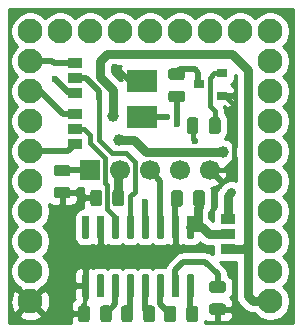
<source format=gbr>
G04 #@! TF.GenerationSoftware,KiCad,Pcbnew,(5.1.5)-3*
G04 #@! TF.CreationDate,2020-12-08T16:15:33+01:00*
G04 #@! TF.ProjectId,Microduino_UART,4d696372-6f64-4756-996e-6f5f55415254,0.0*
G04 #@! TF.SameCoordinates,Original*
G04 #@! TF.FileFunction,Copper,L2,Bot*
G04 #@! TF.FilePolarity,Positive*
%FSLAX46Y46*%
G04 Gerber Fmt 4.6, Leading zero omitted, Abs format (unit mm)*
G04 Created by KiCad (PCBNEW (5.1.5)-3) date 2020-12-08 16:15:33*
%MOMM*%
%LPD*%
G04 APERTURE LIST*
%ADD10C,0.100000*%
%ADD11R,1.700000X1.700000*%
%ADD12C,1.700000*%
%ADD13R,1.270000X0.970000*%
%ADD14C,2.100000*%
%ADD15R,0.900000X0.800000*%
%ADD16R,2.500000X1.950000*%
%ADD17C,1.000000*%
%ADD18C,0.600000*%
%ADD19C,0.750000*%
%ADD20C,0.500000*%
%ADD21C,0.400000*%
%ADD22C,0.254000*%
G04 APERTURE END LIST*
G04 #@! TA.AperFunction,SMDPad,CuDef*
D10*
G36*
X155802242Y-78765074D02*
G01*
X155825903Y-78768584D01*
X155849107Y-78774396D01*
X155871629Y-78782454D01*
X155893253Y-78792682D01*
X155913770Y-78804979D01*
X155932983Y-78819229D01*
X155950707Y-78835293D01*
X155966771Y-78853017D01*
X155981021Y-78872230D01*
X155993318Y-78892747D01*
X156003546Y-78914371D01*
X156011604Y-78936893D01*
X156017416Y-78960097D01*
X156020926Y-78983758D01*
X156022100Y-79007650D01*
X156022100Y-79920150D01*
X156020926Y-79944042D01*
X156017416Y-79967703D01*
X156011604Y-79990907D01*
X156003546Y-80013429D01*
X155993318Y-80035053D01*
X155981021Y-80055570D01*
X155966771Y-80074783D01*
X155950707Y-80092507D01*
X155932983Y-80108571D01*
X155913770Y-80122821D01*
X155893253Y-80135118D01*
X155871629Y-80145346D01*
X155849107Y-80153404D01*
X155825903Y-80159216D01*
X155802242Y-80162726D01*
X155778350Y-80163900D01*
X155290850Y-80163900D01*
X155266958Y-80162726D01*
X155243297Y-80159216D01*
X155220093Y-80153404D01*
X155197571Y-80145346D01*
X155175947Y-80135118D01*
X155155430Y-80122821D01*
X155136217Y-80108571D01*
X155118493Y-80092507D01*
X155102429Y-80074783D01*
X155088179Y-80055570D01*
X155075882Y-80035053D01*
X155065654Y-80013429D01*
X155057596Y-79990907D01*
X155051784Y-79967703D01*
X155048274Y-79944042D01*
X155047100Y-79920150D01*
X155047100Y-79007650D01*
X155048274Y-78983758D01*
X155051784Y-78960097D01*
X155057596Y-78936893D01*
X155065654Y-78914371D01*
X155075882Y-78892747D01*
X155088179Y-78872230D01*
X155102429Y-78853017D01*
X155118493Y-78835293D01*
X155136217Y-78819229D01*
X155155430Y-78804979D01*
X155175947Y-78792682D01*
X155197571Y-78782454D01*
X155220093Y-78774396D01*
X155243297Y-78768584D01*
X155266958Y-78765074D01*
X155290850Y-78763900D01*
X155778350Y-78763900D01*
X155802242Y-78765074D01*
G37*
G04 #@! TD.AperFunction*
G04 #@! TA.AperFunction,SMDPad,CuDef*
G36*
X153927242Y-78765074D02*
G01*
X153950903Y-78768584D01*
X153974107Y-78774396D01*
X153996629Y-78782454D01*
X154018253Y-78792682D01*
X154038770Y-78804979D01*
X154057983Y-78819229D01*
X154075707Y-78835293D01*
X154091771Y-78853017D01*
X154106021Y-78872230D01*
X154118318Y-78892747D01*
X154128546Y-78914371D01*
X154136604Y-78936893D01*
X154142416Y-78960097D01*
X154145926Y-78983758D01*
X154147100Y-79007650D01*
X154147100Y-79920150D01*
X154145926Y-79944042D01*
X154142416Y-79967703D01*
X154136604Y-79990907D01*
X154128546Y-80013429D01*
X154118318Y-80035053D01*
X154106021Y-80055570D01*
X154091771Y-80074783D01*
X154075707Y-80092507D01*
X154057983Y-80108571D01*
X154038770Y-80122821D01*
X154018253Y-80135118D01*
X153996629Y-80145346D01*
X153974107Y-80153404D01*
X153950903Y-80159216D01*
X153927242Y-80162726D01*
X153903350Y-80163900D01*
X153415850Y-80163900D01*
X153391958Y-80162726D01*
X153368297Y-80159216D01*
X153345093Y-80153404D01*
X153322571Y-80145346D01*
X153300947Y-80135118D01*
X153280430Y-80122821D01*
X153261217Y-80108571D01*
X153243493Y-80092507D01*
X153227429Y-80074783D01*
X153213179Y-80055570D01*
X153200882Y-80035053D01*
X153190654Y-80013429D01*
X153182596Y-79990907D01*
X153176784Y-79967703D01*
X153173274Y-79944042D01*
X153172100Y-79920150D01*
X153172100Y-79007650D01*
X153173274Y-78983758D01*
X153176784Y-78960097D01*
X153182596Y-78936893D01*
X153190654Y-78914371D01*
X153200882Y-78892747D01*
X153213179Y-78872230D01*
X153227429Y-78853017D01*
X153243493Y-78835293D01*
X153261217Y-78819229D01*
X153280430Y-78804979D01*
X153300947Y-78792682D01*
X153322571Y-78782454D01*
X153345093Y-78774396D01*
X153368297Y-78768584D01*
X153391958Y-78765074D01*
X153415850Y-78763900D01*
X153903350Y-78763900D01*
X153927242Y-78765074D01*
G37*
G04 #@! TD.AperFunction*
G04 #@! TA.AperFunction,SMDPad,CuDef*
G36*
X151573142Y-88518674D02*
G01*
X151596803Y-88522184D01*
X151620007Y-88527996D01*
X151642529Y-88536054D01*
X151664153Y-88546282D01*
X151684670Y-88558579D01*
X151703883Y-88572829D01*
X151721607Y-88588893D01*
X151737671Y-88606617D01*
X151751921Y-88625830D01*
X151764218Y-88646347D01*
X151774446Y-88667971D01*
X151782504Y-88690493D01*
X151788316Y-88713697D01*
X151791826Y-88737358D01*
X151793000Y-88761250D01*
X151793000Y-89673750D01*
X151791826Y-89697642D01*
X151788316Y-89721303D01*
X151782504Y-89744507D01*
X151774446Y-89767029D01*
X151764218Y-89788653D01*
X151751921Y-89809170D01*
X151737671Y-89828383D01*
X151721607Y-89846107D01*
X151703883Y-89862171D01*
X151684670Y-89876421D01*
X151664153Y-89888718D01*
X151642529Y-89898946D01*
X151620007Y-89907004D01*
X151596803Y-89912816D01*
X151573142Y-89916326D01*
X151549250Y-89917500D01*
X151061750Y-89917500D01*
X151037858Y-89916326D01*
X151014197Y-89912816D01*
X150990993Y-89907004D01*
X150968471Y-89898946D01*
X150946847Y-89888718D01*
X150926330Y-89876421D01*
X150907117Y-89862171D01*
X150889393Y-89846107D01*
X150873329Y-89828383D01*
X150859079Y-89809170D01*
X150846782Y-89788653D01*
X150836554Y-89767029D01*
X150828496Y-89744507D01*
X150822684Y-89721303D01*
X150819174Y-89697642D01*
X150818000Y-89673750D01*
X150818000Y-88761250D01*
X150819174Y-88737358D01*
X150822684Y-88713697D01*
X150828496Y-88690493D01*
X150836554Y-88667971D01*
X150846782Y-88646347D01*
X150859079Y-88625830D01*
X150873329Y-88606617D01*
X150889393Y-88588893D01*
X150907117Y-88572829D01*
X150926330Y-88558579D01*
X150946847Y-88546282D01*
X150968471Y-88536054D01*
X150990993Y-88527996D01*
X151014197Y-88522184D01*
X151037858Y-88518674D01*
X151061750Y-88517500D01*
X151549250Y-88517500D01*
X151573142Y-88518674D01*
G37*
G04 #@! TD.AperFunction*
G04 #@! TA.AperFunction,SMDPad,CuDef*
G36*
X149698142Y-88518674D02*
G01*
X149721803Y-88522184D01*
X149745007Y-88527996D01*
X149767529Y-88536054D01*
X149789153Y-88546282D01*
X149809670Y-88558579D01*
X149828883Y-88572829D01*
X149846607Y-88588893D01*
X149862671Y-88606617D01*
X149876921Y-88625830D01*
X149889218Y-88646347D01*
X149899446Y-88667971D01*
X149907504Y-88690493D01*
X149913316Y-88713697D01*
X149916826Y-88737358D01*
X149918000Y-88761250D01*
X149918000Y-89673750D01*
X149916826Y-89697642D01*
X149913316Y-89721303D01*
X149907504Y-89744507D01*
X149899446Y-89767029D01*
X149889218Y-89788653D01*
X149876921Y-89809170D01*
X149862671Y-89828383D01*
X149846607Y-89846107D01*
X149828883Y-89862171D01*
X149809670Y-89876421D01*
X149789153Y-89888718D01*
X149767529Y-89898946D01*
X149745007Y-89907004D01*
X149721803Y-89912816D01*
X149698142Y-89916326D01*
X149674250Y-89917500D01*
X149186750Y-89917500D01*
X149162858Y-89916326D01*
X149139197Y-89912816D01*
X149115993Y-89907004D01*
X149093471Y-89898946D01*
X149071847Y-89888718D01*
X149051330Y-89876421D01*
X149032117Y-89862171D01*
X149014393Y-89846107D01*
X148998329Y-89828383D01*
X148984079Y-89809170D01*
X148971782Y-89788653D01*
X148961554Y-89767029D01*
X148953496Y-89744507D01*
X148947684Y-89721303D01*
X148944174Y-89697642D01*
X148943000Y-89673750D01*
X148943000Y-88761250D01*
X148944174Y-88737358D01*
X148947684Y-88713697D01*
X148953496Y-88690493D01*
X148961554Y-88667971D01*
X148971782Y-88646347D01*
X148984079Y-88625830D01*
X148998329Y-88606617D01*
X149014393Y-88588893D01*
X149032117Y-88572829D01*
X149051330Y-88558579D01*
X149071847Y-88546282D01*
X149093471Y-88536054D01*
X149115993Y-88527996D01*
X149139197Y-88522184D01*
X149162858Y-88518674D01*
X149186750Y-88517500D01*
X149674250Y-88517500D01*
X149698142Y-88518674D01*
G37*
G04 #@! TD.AperFunction*
G04 #@! TA.AperFunction,SMDPad,CuDef*
G36*
X153343042Y-88531374D02*
G01*
X153366703Y-88534884D01*
X153389907Y-88540696D01*
X153412429Y-88548754D01*
X153434053Y-88558982D01*
X153454570Y-88571279D01*
X153473783Y-88585529D01*
X153491507Y-88601593D01*
X153507571Y-88619317D01*
X153521821Y-88638530D01*
X153534118Y-88659047D01*
X153544346Y-88680671D01*
X153552404Y-88703193D01*
X153558216Y-88726397D01*
X153561726Y-88750058D01*
X153562900Y-88773950D01*
X153562900Y-89686450D01*
X153561726Y-89710342D01*
X153558216Y-89734003D01*
X153552404Y-89757207D01*
X153544346Y-89779729D01*
X153534118Y-89801353D01*
X153521821Y-89821870D01*
X153507571Y-89841083D01*
X153491507Y-89858807D01*
X153473783Y-89874871D01*
X153454570Y-89889121D01*
X153434053Y-89901418D01*
X153412429Y-89911646D01*
X153389907Y-89919704D01*
X153366703Y-89925516D01*
X153343042Y-89929026D01*
X153319150Y-89930200D01*
X152831650Y-89930200D01*
X152807758Y-89929026D01*
X152784097Y-89925516D01*
X152760893Y-89919704D01*
X152738371Y-89911646D01*
X152716747Y-89901418D01*
X152696230Y-89889121D01*
X152677017Y-89874871D01*
X152659293Y-89858807D01*
X152643229Y-89841083D01*
X152628979Y-89821870D01*
X152616682Y-89801353D01*
X152606454Y-89779729D01*
X152598396Y-89757207D01*
X152592584Y-89734003D01*
X152589074Y-89710342D01*
X152587900Y-89686450D01*
X152587900Y-88773950D01*
X152589074Y-88750058D01*
X152592584Y-88726397D01*
X152598396Y-88703193D01*
X152606454Y-88680671D01*
X152616682Y-88659047D01*
X152628979Y-88638530D01*
X152643229Y-88619317D01*
X152659293Y-88601593D01*
X152677017Y-88585529D01*
X152696230Y-88571279D01*
X152716747Y-88558982D01*
X152738371Y-88548754D01*
X152760893Y-88540696D01*
X152784097Y-88534884D01*
X152807758Y-88531374D01*
X152831650Y-88530200D01*
X153319150Y-88530200D01*
X153343042Y-88531374D01*
G37*
G04 #@! TD.AperFunction*
G04 #@! TA.AperFunction,SMDPad,CuDef*
G36*
X155218042Y-88531374D02*
G01*
X155241703Y-88534884D01*
X155264907Y-88540696D01*
X155287429Y-88548754D01*
X155309053Y-88558982D01*
X155329570Y-88571279D01*
X155348783Y-88585529D01*
X155366507Y-88601593D01*
X155382571Y-88619317D01*
X155396821Y-88638530D01*
X155409118Y-88659047D01*
X155419346Y-88680671D01*
X155427404Y-88703193D01*
X155433216Y-88726397D01*
X155436726Y-88750058D01*
X155437900Y-88773950D01*
X155437900Y-89686450D01*
X155436726Y-89710342D01*
X155433216Y-89734003D01*
X155427404Y-89757207D01*
X155419346Y-89779729D01*
X155409118Y-89801353D01*
X155396821Y-89821870D01*
X155382571Y-89841083D01*
X155366507Y-89858807D01*
X155348783Y-89874871D01*
X155329570Y-89889121D01*
X155309053Y-89901418D01*
X155287429Y-89911646D01*
X155264907Y-89919704D01*
X155241703Y-89925516D01*
X155218042Y-89929026D01*
X155194150Y-89930200D01*
X154706650Y-89930200D01*
X154682758Y-89929026D01*
X154659097Y-89925516D01*
X154635893Y-89919704D01*
X154613371Y-89911646D01*
X154591747Y-89901418D01*
X154571230Y-89889121D01*
X154552017Y-89874871D01*
X154534293Y-89858807D01*
X154518229Y-89841083D01*
X154503979Y-89821870D01*
X154491682Y-89801353D01*
X154481454Y-89779729D01*
X154473396Y-89757207D01*
X154467584Y-89734003D01*
X154464074Y-89710342D01*
X154462900Y-89686450D01*
X154462900Y-88773950D01*
X154464074Y-88750058D01*
X154467584Y-88726397D01*
X154473396Y-88703193D01*
X154481454Y-88680671D01*
X154491682Y-88659047D01*
X154503979Y-88638530D01*
X154518229Y-88619317D01*
X154534293Y-88601593D01*
X154552017Y-88585529D01*
X154571230Y-88571279D01*
X154591747Y-88558982D01*
X154613371Y-88548754D01*
X154635893Y-88540696D01*
X154659097Y-88534884D01*
X154682758Y-88531374D01*
X154706650Y-88530200D01*
X155194150Y-88530200D01*
X155218042Y-88531374D01*
G37*
G04 #@! TD.AperFunction*
G04 #@! TA.AperFunction,SMDPad,CuDef*
G36*
X157579142Y-86472874D02*
G01*
X157602803Y-86476384D01*
X157626007Y-86482196D01*
X157648529Y-86490254D01*
X157670153Y-86500482D01*
X157690670Y-86512779D01*
X157709883Y-86527029D01*
X157727607Y-86543093D01*
X157743671Y-86560817D01*
X157757921Y-86580030D01*
X157770218Y-86600547D01*
X157780446Y-86622171D01*
X157788504Y-86644693D01*
X157794316Y-86667897D01*
X157797826Y-86691558D01*
X157799000Y-86715450D01*
X157799000Y-87202950D01*
X157797826Y-87226842D01*
X157794316Y-87250503D01*
X157788504Y-87273707D01*
X157780446Y-87296229D01*
X157770218Y-87317853D01*
X157757921Y-87338370D01*
X157743671Y-87357583D01*
X157727607Y-87375307D01*
X157709883Y-87391371D01*
X157690670Y-87405621D01*
X157670153Y-87417918D01*
X157648529Y-87428146D01*
X157626007Y-87436204D01*
X157602803Y-87442016D01*
X157579142Y-87445526D01*
X157555250Y-87446700D01*
X156642750Y-87446700D01*
X156618858Y-87445526D01*
X156595197Y-87442016D01*
X156571993Y-87436204D01*
X156549471Y-87428146D01*
X156527847Y-87417918D01*
X156507330Y-87405621D01*
X156488117Y-87391371D01*
X156470393Y-87375307D01*
X156454329Y-87357583D01*
X156440079Y-87338370D01*
X156427782Y-87317853D01*
X156417554Y-87296229D01*
X156409496Y-87273707D01*
X156403684Y-87250503D01*
X156400174Y-87226842D01*
X156399000Y-87202950D01*
X156399000Y-86715450D01*
X156400174Y-86691558D01*
X156403684Y-86667897D01*
X156409496Y-86644693D01*
X156417554Y-86622171D01*
X156427782Y-86600547D01*
X156440079Y-86580030D01*
X156454329Y-86560817D01*
X156470393Y-86543093D01*
X156488117Y-86527029D01*
X156507330Y-86512779D01*
X156527847Y-86500482D01*
X156549471Y-86490254D01*
X156571993Y-86482196D01*
X156595197Y-86476384D01*
X156618858Y-86472874D01*
X156642750Y-86471700D01*
X157555250Y-86471700D01*
X157579142Y-86472874D01*
G37*
G04 #@! TD.AperFunction*
G04 #@! TA.AperFunction,SMDPad,CuDef*
G36*
X157579142Y-88347874D02*
G01*
X157602803Y-88351384D01*
X157626007Y-88357196D01*
X157648529Y-88365254D01*
X157670153Y-88375482D01*
X157690670Y-88387779D01*
X157709883Y-88402029D01*
X157727607Y-88418093D01*
X157743671Y-88435817D01*
X157757921Y-88455030D01*
X157770218Y-88475547D01*
X157780446Y-88497171D01*
X157788504Y-88519693D01*
X157794316Y-88542897D01*
X157797826Y-88566558D01*
X157799000Y-88590450D01*
X157799000Y-89077950D01*
X157797826Y-89101842D01*
X157794316Y-89125503D01*
X157788504Y-89148707D01*
X157780446Y-89171229D01*
X157770218Y-89192853D01*
X157757921Y-89213370D01*
X157743671Y-89232583D01*
X157727607Y-89250307D01*
X157709883Y-89266371D01*
X157690670Y-89280621D01*
X157670153Y-89292918D01*
X157648529Y-89303146D01*
X157626007Y-89311204D01*
X157602803Y-89317016D01*
X157579142Y-89320526D01*
X157555250Y-89321700D01*
X156642750Y-89321700D01*
X156618858Y-89320526D01*
X156595197Y-89317016D01*
X156571993Y-89311204D01*
X156549471Y-89303146D01*
X156527847Y-89292918D01*
X156507330Y-89280621D01*
X156488117Y-89266371D01*
X156470393Y-89250307D01*
X156454329Y-89232583D01*
X156440079Y-89213370D01*
X156427782Y-89192853D01*
X156417554Y-89171229D01*
X156409496Y-89148707D01*
X156403684Y-89125503D01*
X156400174Y-89101842D01*
X156399000Y-89077950D01*
X156399000Y-88590450D01*
X156400174Y-88566558D01*
X156403684Y-88542897D01*
X156409496Y-88519693D01*
X156417554Y-88497171D01*
X156427782Y-88475547D01*
X156440079Y-88455030D01*
X156454329Y-88435817D01*
X156470393Y-88418093D01*
X156488117Y-88402029D01*
X156507330Y-88387779D01*
X156527847Y-88375482D01*
X156549471Y-88365254D01*
X156571993Y-88357196D01*
X156595197Y-88351384D01*
X156618858Y-88347874D01*
X156642750Y-88346700D01*
X157555250Y-88346700D01*
X157579142Y-88347874D01*
G37*
G04 #@! TD.AperFunction*
G04 #@! TA.AperFunction,SMDPad,CuDef*
G36*
X147928242Y-88518674D02*
G01*
X147951903Y-88522184D01*
X147975107Y-88527996D01*
X147997629Y-88536054D01*
X148019253Y-88546282D01*
X148039770Y-88558579D01*
X148058983Y-88572829D01*
X148076707Y-88588893D01*
X148092771Y-88606617D01*
X148107021Y-88625830D01*
X148119318Y-88646347D01*
X148129546Y-88667971D01*
X148137604Y-88690493D01*
X148143416Y-88713697D01*
X148146926Y-88737358D01*
X148148100Y-88761250D01*
X148148100Y-89673750D01*
X148146926Y-89697642D01*
X148143416Y-89721303D01*
X148137604Y-89744507D01*
X148129546Y-89767029D01*
X148119318Y-89788653D01*
X148107021Y-89809170D01*
X148092771Y-89828383D01*
X148076707Y-89846107D01*
X148058983Y-89862171D01*
X148039770Y-89876421D01*
X148019253Y-89888718D01*
X147997629Y-89898946D01*
X147975107Y-89907004D01*
X147951903Y-89912816D01*
X147928242Y-89916326D01*
X147904350Y-89917500D01*
X147416850Y-89917500D01*
X147392958Y-89916326D01*
X147369297Y-89912816D01*
X147346093Y-89907004D01*
X147323571Y-89898946D01*
X147301947Y-89888718D01*
X147281430Y-89876421D01*
X147262217Y-89862171D01*
X147244493Y-89846107D01*
X147228429Y-89828383D01*
X147214179Y-89809170D01*
X147201882Y-89788653D01*
X147191654Y-89767029D01*
X147183596Y-89744507D01*
X147177784Y-89721303D01*
X147174274Y-89697642D01*
X147173100Y-89673750D01*
X147173100Y-88761250D01*
X147174274Y-88737358D01*
X147177784Y-88713697D01*
X147183596Y-88690493D01*
X147191654Y-88667971D01*
X147201882Y-88646347D01*
X147214179Y-88625830D01*
X147228429Y-88606617D01*
X147244493Y-88588893D01*
X147262217Y-88572829D01*
X147281430Y-88558579D01*
X147301947Y-88546282D01*
X147323571Y-88536054D01*
X147346093Y-88527996D01*
X147369297Y-88522184D01*
X147392958Y-88518674D01*
X147416850Y-88517500D01*
X147904350Y-88517500D01*
X147928242Y-88518674D01*
G37*
G04 #@! TD.AperFunction*
G04 #@! TA.AperFunction,SMDPad,CuDef*
G36*
X146053242Y-88518674D02*
G01*
X146076903Y-88522184D01*
X146100107Y-88527996D01*
X146122629Y-88536054D01*
X146144253Y-88546282D01*
X146164770Y-88558579D01*
X146183983Y-88572829D01*
X146201707Y-88588893D01*
X146217771Y-88606617D01*
X146232021Y-88625830D01*
X146244318Y-88646347D01*
X146254546Y-88667971D01*
X146262604Y-88690493D01*
X146268416Y-88713697D01*
X146271926Y-88737358D01*
X146273100Y-88761250D01*
X146273100Y-89673750D01*
X146271926Y-89697642D01*
X146268416Y-89721303D01*
X146262604Y-89744507D01*
X146254546Y-89767029D01*
X146244318Y-89788653D01*
X146232021Y-89809170D01*
X146217771Y-89828383D01*
X146201707Y-89846107D01*
X146183983Y-89862171D01*
X146164770Y-89876421D01*
X146144253Y-89888718D01*
X146122629Y-89898946D01*
X146100107Y-89907004D01*
X146076903Y-89912816D01*
X146053242Y-89916326D01*
X146029350Y-89917500D01*
X145541850Y-89917500D01*
X145517958Y-89916326D01*
X145494297Y-89912816D01*
X145471093Y-89907004D01*
X145448571Y-89898946D01*
X145426947Y-89888718D01*
X145406430Y-89876421D01*
X145387217Y-89862171D01*
X145369493Y-89846107D01*
X145353429Y-89828383D01*
X145339179Y-89809170D01*
X145326882Y-89788653D01*
X145316654Y-89767029D01*
X145308596Y-89744507D01*
X145302784Y-89721303D01*
X145299274Y-89697642D01*
X145298100Y-89673750D01*
X145298100Y-88761250D01*
X145299274Y-88737358D01*
X145302784Y-88713697D01*
X145308596Y-88690493D01*
X145316654Y-88667971D01*
X145326882Y-88646347D01*
X145339179Y-88625830D01*
X145353429Y-88606617D01*
X145369493Y-88588893D01*
X145387217Y-88572829D01*
X145406430Y-88558579D01*
X145426947Y-88546282D01*
X145448571Y-88536054D01*
X145471093Y-88527996D01*
X145494297Y-88522184D01*
X145517958Y-88518674D01*
X145541850Y-88517500D01*
X146029350Y-88517500D01*
X146053242Y-88518674D01*
G37*
G04 #@! TD.AperFunction*
D11*
X146304000Y-77076300D03*
D12*
X148844000Y-77076300D03*
X151384000Y-77076300D03*
X156464000Y-77076300D03*
X153924000Y-77076300D03*
D13*
X145046700Y-72339200D03*
X145046700Y-73609200D03*
X145046700Y-74879200D03*
X145046700Y-70535800D03*
X145046700Y-69265800D03*
X145046700Y-67995800D03*
D14*
X161569400Y-67843400D03*
X161569400Y-70383400D03*
X161569400Y-72923400D03*
X161569400Y-75463400D03*
X161569400Y-78003400D03*
X161569400Y-80543400D03*
X161569400Y-83083400D03*
X161569400Y-85623400D03*
X161569400Y-88163400D03*
X161569400Y-65303400D03*
X159029400Y-65303400D03*
X156489400Y-65303400D03*
X153949400Y-65303400D03*
X151409400Y-65303400D03*
X148869400Y-65303400D03*
X146329400Y-65303400D03*
X143789400Y-65303400D03*
X141249400Y-65303400D03*
X141249400Y-67843400D03*
X141249400Y-70383400D03*
X141249400Y-72923400D03*
X141249400Y-75463400D03*
X141249400Y-78003400D03*
X141249400Y-80543400D03*
X141249400Y-83083400D03*
X141249400Y-85623400D03*
X141249400Y-88163400D03*
D15*
X157489400Y-68849200D03*
X157489400Y-70749200D03*
X155489400Y-69799200D03*
G04 #@! TA.AperFunction,SMDPad,CuDef*
D10*
G36*
X154112042Y-68451574D02*
G01*
X154135703Y-68455084D01*
X154158907Y-68460896D01*
X154181429Y-68468954D01*
X154203053Y-68479182D01*
X154223570Y-68491479D01*
X154242783Y-68505729D01*
X154260507Y-68521793D01*
X154276571Y-68539517D01*
X154290821Y-68558730D01*
X154303118Y-68579247D01*
X154313346Y-68600871D01*
X154321404Y-68623393D01*
X154327216Y-68646597D01*
X154330726Y-68670258D01*
X154331900Y-68694150D01*
X154331900Y-69181650D01*
X154330726Y-69205542D01*
X154327216Y-69229203D01*
X154321404Y-69252407D01*
X154313346Y-69274929D01*
X154303118Y-69296553D01*
X154290821Y-69317070D01*
X154276571Y-69336283D01*
X154260507Y-69354007D01*
X154242783Y-69370071D01*
X154223570Y-69384321D01*
X154203053Y-69396618D01*
X154181429Y-69406846D01*
X154158907Y-69414904D01*
X154135703Y-69420716D01*
X154112042Y-69424226D01*
X154088150Y-69425400D01*
X153175650Y-69425400D01*
X153151758Y-69424226D01*
X153128097Y-69420716D01*
X153104893Y-69414904D01*
X153082371Y-69406846D01*
X153060747Y-69396618D01*
X153040230Y-69384321D01*
X153021017Y-69370071D01*
X153003293Y-69354007D01*
X152987229Y-69336283D01*
X152972979Y-69317070D01*
X152960682Y-69296553D01*
X152950454Y-69274929D01*
X152942396Y-69252407D01*
X152936584Y-69229203D01*
X152933074Y-69205542D01*
X152931900Y-69181650D01*
X152931900Y-68694150D01*
X152933074Y-68670258D01*
X152936584Y-68646597D01*
X152942396Y-68623393D01*
X152950454Y-68600871D01*
X152960682Y-68579247D01*
X152972979Y-68558730D01*
X152987229Y-68539517D01*
X153003293Y-68521793D01*
X153021017Y-68505729D01*
X153040230Y-68491479D01*
X153060747Y-68479182D01*
X153082371Y-68468954D01*
X153104893Y-68460896D01*
X153128097Y-68455084D01*
X153151758Y-68451574D01*
X153175650Y-68450400D01*
X154088150Y-68450400D01*
X154112042Y-68451574D01*
G37*
G04 #@! TD.AperFunction*
G04 #@! TA.AperFunction,SMDPad,CuDef*
G36*
X154112042Y-70326574D02*
G01*
X154135703Y-70330084D01*
X154158907Y-70335896D01*
X154181429Y-70343954D01*
X154203053Y-70354182D01*
X154223570Y-70366479D01*
X154242783Y-70380729D01*
X154260507Y-70396793D01*
X154276571Y-70414517D01*
X154290821Y-70433730D01*
X154303118Y-70454247D01*
X154313346Y-70475871D01*
X154321404Y-70498393D01*
X154327216Y-70521597D01*
X154330726Y-70545258D01*
X154331900Y-70569150D01*
X154331900Y-71056650D01*
X154330726Y-71080542D01*
X154327216Y-71104203D01*
X154321404Y-71127407D01*
X154313346Y-71149929D01*
X154303118Y-71171553D01*
X154290821Y-71192070D01*
X154276571Y-71211283D01*
X154260507Y-71229007D01*
X154242783Y-71245071D01*
X154223570Y-71259321D01*
X154203053Y-71271618D01*
X154181429Y-71281846D01*
X154158907Y-71289904D01*
X154135703Y-71295716D01*
X154112042Y-71299226D01*
X154088150Y-71300400D01*
X153175650Y-71300400D01*
X153151758Y-71299226D01*
X153128097Y-71295716D01*
X153104893Y-71289904D01*
X153082371Y-71281846D01*
X153060747Y-71271618D01*
X153040230Y-71259321D01*
X153021017Y-71245071D01*
X153003293Y-71229007D01*
X152987229Y-71211283D01*
X152972979Y-71192070D01*
X152960682Y-71171553D01*
X152950454Y-71149929D01*
X152942396Y-71127407D01*
X152936584Y-71104203D01*
X152933074Y-71080542D01*
X152931900Y-71056650D01*
X152931900Y-70569150D01*
X152933074Y-70545258D01*
X152936584Y-70521597D01*
X152942396Y-70498393D01*
X152950454Y-70475871D01*
X152960682Y-70454247D01*
X152972979Y-70433730D01*
X152987229Y-70414517D01*
X153003293Y-70396793D01*
X153021017Y-70380729D01*
X153040230Y-70366479D01*
X153060747Y-70354182D01*
X153082371Y-70343954D01*
X153104893Y-70335896D01*
X153128097Y-70330084D01*
X153151758Y-70326574D01*
X153175650Y-70325400D01*
X154088150Y-70325400D01*
X154112042Y-70326574D01*
G37*
G04 #@! TD.AperFunction*
G04 #@! TA.AperFunction,SMDPad,CuDef*
G36*
X157135742Y-72592874D02*
G01*
X157159403Y-72596384D01*
X157182607Y-72602196D01*
X157205129Y-72610254D01*
X157226753Y-72620482D01*
X157247270Y-72632779D01*
X157266483Y-72647029D01*
X157284207Y-72663093D01*
X157300271Y-72680817D01*
X157314521Y-72700030D01*
X157326818Y-72720547D01*
X157337046Y-72742171D01*
X157345104Y-72764693D01*
X157350916Y-72787897D01*
X157354426Y-72811558D01*
X157355600Y-72835450D01*
X157355600Y-73747950D01*
X157354426Y-73771842D01*
X157350916Y-73795503D01*
X157345104Y-73818707D01*
X157337046Y-73841229D01*
X157326818Y-73862853D01*
X157314521Y-73883370D01*
X157300271Y-73902583D01*
X157284207Y-73920307D01*
X157266483Y-73936371D01*
X157247270Y-73950621D01*
X157226753Y-73962918D01*
X157205129Y-73973146D01*
X157182607Y-73981204D01*
X157159403Y-73987016D01*
X157135742Y-73990526D01*
X157111850Y-73991700D01*
X156624350Y-73991700D01*
X156600458Y-73990526D01*
X156576797Y-73987016D01*
X156553593Y-73981204D01*
X156531071Y-73973146D01*
X156509447Y-73962918D01*
X156488930Y-73950621D01*
X156469717Y-73936371D01*
X156451993Y-73920307D01*
X156435929Y-73902583D01*
X156421679Y-73883370D01*
X156409382Y-73862853D01*
X156399154Y-73841229D01*
X156391096Y-73818707D01*
X156385284Y-73795503D01*
X156381774Y-73771842D01*
X156380600Y-73747950D01*
X156380600Y-72835450D01*
X156381774Y-72811558D01*
X156385284Y-72787897D01*
X156391096Y-72764693D01*
X156399154Y-72742171D01*
X156409382Y-72720547D01*
X156421679Y-72700030D01*
X156435929Y-72680817D01*
X156451993Y-72663093D01*
X156469717Y-72647029D01*
X156488930Y-72632779D01*
X156509447Y-72620482D01*
X156531071Y-72610254D01*
X156553593Y-72602196D01*
X156576797Y-72596384D01*
X156600458Y-72592874D01*
X156624350Y-72591700D01*
X157111850Y-72591700D01*
X157135742Y-72592874D01*
G37*
G04 #@! TD.AperFunction*
G04 #@! TA.AperFunction,SMDPad,CuDef*
G36*
X155260742Y-72592874D02*
G01*
X155284403Y-72596384D01*
X155307607Y-72602196D01*
X155330129Y-72610254D01*
X155351753Y-72620482D01*
X155372270Y-72632779D01*
X155391483Y-72647029D01*
X155409207Y-72663093D01*
X155425271Y-72680817D01*
X155439521Y-72700030D01*
X155451818Y-72720547D01*
X155462046Y-72742171D01*
X155470104Y-72764693D01*
X155475916Y-72787897D01*
X155479426Y-72811558D01*
X155480600Y-72835450D01*
X155480600Y-73747950D01*
X155479426Y-73771842D01*
X155475916Y-73795503D01*
X155470104Y-73818707D01*
X155462046Y-73841229D01*
X155451818Y-73862853D01*
X155439521Y-73883370D01*
X155425271Y-73902583D01*
X155409207Y-73920307D01*
X155391483Y-73936371D01*
X155372270Y-73950621D01*
X155351753Y-73962918D01*
X155330129Y-73973146D01*
X155307607Y-73981204D01*
X155284403Y-73987016D01*
X155260742Y-73990526D01*
X155236850Y-73991700D01*
X154749350Y-73991700D01*
X154725458Y-73990526D01*
X154701797Y-73987016D01*
X154678593Y-73981204D01*
X154656071Y-73973146D01*
X154634447Y-73962918D01*
X154613930Y-73950621D01*
X154594717Y-73936371D01*
X154576993Y-73920307D01*
X154560929Y-73902583D01*
X154546679Y-73883370D01*
X154534382Y-73862853D01*
X154524154Y-73841229D01*
X154516096Y-73818707D01*
X154510284Y-73795503D01*
X154506774Y-73771842D01*
X154505600Y-73747950D01*
X154505600Y-72835450D01*
X154506774Y-72811558D01*
X154510284Y-72787897D01*
X154516096Y-72764693D01*
X154524154Y-72742171D01*
X154534382Y-72720547D01*
X154546679Y-72700030D01*
X154560929Y-72680817D01*
X154576993Y-72663093D01*
X154594717Y-72647029D01*
X154613930Y-72632779D01*
X154634447Y-72620482D01*
X154656071Y-72610254D01*
X154678593Y-72602196D01*
X154701797Y-72596384D01*
X154725458Y-72592874D01*
X154749350Y-72591700D01*
X155236850Y-72591700D01*
X155260742Y-72592874D01*
G37*
G04 #@! TD.AperFunction*
G04 #@! TA.AperFunction,SMDPad,CuDef*
G36*
X154965003Y-85866822D02*
G01*
X154979564Y-85868982D01*
X154993843Y-85872559D01*
X155007703Y-85877518D01*
X155021010Y-85883812D01*
X155033636Y-85891380D01*
X155045459Y-85900148D01*
X155056366Y-85910034D01*
X155066252Y-85920941D01*
X155075020Y-85932764D01*
X155082588Y-85945390D01*
X155088882Y-85958697D01*
X155093841Y-85972557D01*
X155097418Y-85986836D01*
X155099578Y-86001397D01*
X155100300Y-86016100D01*
X155100300Y-87666100D01*
X155099578Y-87680803D01*
X155097418Y-87695364D01*
X155093841Y-87709643D01*
X155088882Y-87723503D01*
X155082588Y-87736810D01*
X155075020Y-87749436D01*
X155066252Y-87761259D01*
X155056366Y-87772166D01*
X155045459Y-87782052D01*
X155033636Y-87790820D01*
X155021010Y-87798388D01*
X155007703Y-87804682D01*
X154993843Y-87809641D01*
X154979564Y-87813218D01*
X154965003Y-87815378D01*
X154950300Y-87816100D01*
X154650300Y-87816100D01*
X154635597Y-87815378D01*
X154621036Y-87813218D01*
X154606757Y-87809641D01*
X154592897Y-87804682D01*
X154579590Y-87798388D01*
X154566964Y-87790820D01*
X154555141Y-87782052D01*
X154544234Y-87772166D01*
X154534348Y-87761259D01*
X154525580Y-87749436D01*
X154518012Y-87736810D01*
X154511718Y-87723503D01*
X154506759Y-87709643D01*
X154503182Y-87695364D01*
X154501022Y-87680803D01*
X154500300Y-87666100D01*
X154500300Y-86016100D01*
X154501022Y-86001397D01*
X154503182Y-85986836D01*
X154506759Y-85972557D01*
X154511718Y-85958697D01*
X154518012Y-85945390D01*
X154525580Y-85932764D01*
X154534348Y-85920941D01*
X154544234Y-85910034D01*
X154555141Y-85900148D01*
X154566964Y-85891380D01*
X154579590Y-85883812D01*
X154592897Y-85877518D01*
X154606757Y-85872559D01*
X154621036Y-85868982D01*
X154635597Y-85866822D01*
X154650300Y-85866100D01*
X154950300Y-85866100D01*
X154965003Y-85866822D01*
G37*
G04 #@! TD.AperFunction*
G04 #@! TA.AperFunction,SMDPad,CuDef*
G36*
X153695003Y-85866822D02*
G01*
X153709564Y-85868982D01*
X153723843Y-85872559D01*
X153737703Y-85877518D01*
X153751010Y-85883812D01*
X153763636Y-85891380D01*
X153775459Y-85900148D01*
X153786366Y-85910034D01*
X153796252Y-85920941D01*
X153805020Y-85932764D01*
X153812588Y-85945390D01*
X153818882Y-85958697D01*
X153823841Y-85972557D01*
X153827418Y-85986836D01*
X153829578Y-86001397D01*
X153830300Y-86016100D01*
X153830300Y-87666100D01*
X153829578Y-87680803D01*
X153827418Y-87695364D01*
X153823841Y-87709643D01*
X153818882Y-87723503D01*
X153812588Y-87736810D01*
X153805020Y-87749436D01*
X153796252Y-87761259D01*
X153786366Y-87772166D01*
X153775459Y-87782052D01*
X153763636Y-87790820D01*
X153751010Y-87798388D01*
X153737703Y-87804682D01*
X153723843Y-87809641D01*
X153709564Y-87813218D01*
X153695003Y-87815378D01*
X153680300Y-87816100D01*
X153380300Y-87816100D01*
X153365597Y-87815378D01*
X153351036Y-87813218D01*
X153336757Y-87809641D01*
X153322897Y-87804682D01*
X153309590Y-87798388D01*
X153296964Y-87790820D01*
X153285141Y-87782052D01*
X153274234Y-87772166D01*
X153264348Y-87761259D01*
X153255580Y-87749436D01*
X153248012Y-87736810D01*
X153241718Y-87723503D01*
X153236759Y-87709643D01*
X153233182Y-87695364D01*
X153231022Y-87680803D01*
X153230300Y-87666100D01*
X153230300Y-86016100D01*
X153231022Y-86001397D01*
X153233182Y-85986836D01*
X153236759Y-85972557D01*
X153241718Y-85958697D01*
X153248012Y-85945390D01*
X153255580Y-85932764D01*
X153264348Y-85920941D01*
X153274234Y-85910034D01*
X153285141Y-85900148D01*
X153296964Y-85891380D01*
X153309590Y-85883812D01*
X153322897Y-85877518D01*
X153336757Y-85872559D01*
X153351036Y-85868982D01*
X153365597Y-85866822D01*
X153380300Y-85866100D01*
X153680300Y-85866100D01*
X153695003Y-85866822D01*
G37*
G04 #@! TD.AperFunction*
G04 #@! TA.AperFunction,SMDPad,CuDef*
G36*
X152425003Y-85866822D02*
G01*
X152439564Y-85868982D01*
X152453843Y-85872559D01*
X152467703Y-85877518D01*
X152481010Y-85883812D01*
X152493636Y-85891380D01*
X152505459Y-85900148D01*
X152516366Y-85910034D01*
X152526252Y-85920941D01*
X152535020Y-85932764D01*
X152542588Y-85945390D01*
X152548882Y-85958697D01*
X152553841Y-85972557D01*
X152557418Y-85986836D01*
X152559578Y-86001397D01*
X152560300Y-86016100D01*
X152560300Y-87666100D01*
X152559578Y-87680803D01*
X152557418Y-87695364D01*
X152553841Y-87709643D01*
X152548882Y-87723503D01*
X152542588Y-87736810D01*
X152535020Y-87749436D01*
X152526252Y-87761259D01*
X152516366Y-87772166D01*
X152505459Y-87782052D01*
X152493636Y-87790820D01*
X152481010Y-87798388D01*
X152467703Y-87804682D01*
X152453843Y-87809641D01*
X152439564Y-87813218D01*
X152425003Y-87815378D01*
X152410300Y-87816100D01*
X152110300Y-87816100D01*
X152095597Y-87815378D01*
X152081036Y-87813218D01*
X152066757Y-87809641D01*
X152052897Y-87804682D01*
X152039590Y-87798388D01*
X152026964Y-87790820D01*
X152015141Y-87782052D01*
X152004234Y-87772166D01*
X151994348Y-87761259D01*
X151985580Y-87749436D01*
X151978012Y-87736810D01*
X151971718Y-87723503D01*
X151966759Y-87709643D01*
X151963182Y-87695364D01*
X151961022Y-87680803D01*
X151960300Y-87666100D01*
X151960300Y-86016100D01*
X151961022Y-86001397D01*
X151963182Y-85986836D01*
X151966759Y-85972557D01*
X151971718Y-85958697D01*
X151978012Y-85945390D01*
X151985580Y-85932764D01*
X151994348Y-85920941D01*
X152004234Y-85910034D01*
X152015141Y-85900148D01*
X152026964Y-85891380D01*
X152039590Y-85883812D01*
X152052897Y-85877518D01*
X152066757Y-85872559D01*
X152081036Y-85868982D01*
X152095597Y-85866822D01*
X152110300Y-85866100D01*
X152410300Y-85866100D01*
X152425003Y-85866822D01*
G37*
G04 #@! TD.AperFunction*
G04 #@! TA.AperFunction,SMDPad,CuDef*
G36*
X151155003Y-85866822D02*
G01*
X151169564Y-85868982D01*
X151183843Y-85872559D01*
X151197703Y-85877518D01*
X151211010Y-85883812D01*
X151223636Y-85891380D01*
X151235459Y-85900148D01*
X151246366Y-85910034D01*
X151256252Y-85920941D01*
X151265020Y-85932764D01*
X151272588Y-85945390D01*
X151278882Y-85958697D01*
X151283841Y-85972557D01*
X151287418Y-85986836D01*
X151289578Y-86001397D01*
X151290300Y-86016100D01*
X151290300Y-87666100D01*
X151289578Y-87680803D01*
X151287418Y-87695364D01*
X151283841Y-87709643D01*
X151278882Y-87723503D01*
X151272588Y-87736810D01*
X151265020Y-87749436D01*
X151256252Y-87761259D01*
X151246366Y-87772166D01*
X151235459Y-87782052D01*
X151223636Y-87790820D01*
X151211010Y-87798388D01*
X151197703Y-87804682D01*
X151183843Y-87809641D01*
X151169564Y-87813218D01*
X151155003Y-87815378D01*
X151140300Y-87816100D01*
X150840300Y-87816100D01*
X150825597Y-87815378D01*
X150811036Y-87813218D01*
X150796757Y-87809641D01*
X150782897Y-87804682D01*
X150769590Y-87798388D01*
X150756964Y-87790820D01*
X150745141Y-87782052D01*
X150734234Y-87772166D01*
X150724348Y-87761259D01*
X150715580Y-87749436D01*
X150708012Y-87736810D01*
X150701718Y-87723503D01*
X150696759Y-87709643D01*
X150693182Y-87695364D01*
X150691022Y-87680803D01*
X150690300Y-87666100D01*
X150690300Y-86016100D01*
X150691022Y-86001397D01*
X150693182Y-85986836D01*
X150696759Y-85972557D01*
X150701718Y-85958697D01*
X150708012Y-85945390D01*
X150715580Y-85932764D01*
X150724348Y-85920941D01*
X150734234Y-85910034D01*
X150745141Y-85900148D01*
X150756964Y-85891380D01*
X150769590Y-85883812D01*
X150782897Y-85877518D01*
X150796757Y-85872559D01*
X150811036Y-85868982D01*
X150825597Y-85866822D01*
X150840300Y-85866100D01*
X151140300Y-85866100D01*
X151155003Y-85866822D01*
G37*
G04 #@! TD.AperFunction*
G04 #@! TA.AperFunction,SMDPad,CuDef*
G36*
X149885003Y-85866822D02*
G01*
X149899564Y-85868982D01*
X149913843Y-85872559D01*
X149927703Y-85877518D01*
X149941010Y-85883812D01*
X149953636Y-85891380D01*
X149965459Y-85900148D01*
X149976366Y-85910034D01*
X149986252Y-85920941D01*
X149995020Y-85932764D01*
X150002588Y-85945390D01*
X150008882Y-85958697D01*
X150013841Y-85972557D01*
X150017418Y-85986836D01*
X150019578Y-86001397D01*
X150020300Y-86016100D01*
X150020300Y-87666100D01*
X150019578Y-87680803D01*
X150017418Y-87695364D01*
X150013841Y-87709643D01*
X150008882Y-87723503D01*
X150002588Y-87736810D01*
X149995020Y-87749436D01*
X149986252Y-87761259D01*
X149976366Y-87772166D01*
X149965459Y-87782052D01*
X149953636Y-87790820D01*
X149941010Y-87798388D01*
X149927703Y-87804682D01*
X149913843Y-87809641D01*
X149899564Y-87813218D01*
X149885003Y-87815378D01*
X149870300Y-87816100D01*
X149570300Y-87816100D01*
X149555597Y-87815378D01*
X149541036Y-87813218D01*
X149526757Y-87809641D01*
X149512897Y-87804682D01*
X149499590Y-87798388D01*
X149486964Y-87790820D01*
X149475141Y-87782052D01*
X149464234Y-87772166D01*
X149454348Y-87761259D01*
X149445580Y-87749436D01*
X149438012Y-87736810D01*
X149431718Y-87723503D01*
X149426759Y-87709643D01*
X149423182Y-87695364D01*
X149421022Y-87680803D01*
X149420300Y-87666100D01*
X149420300Y-86016100D01*
X149421022Y-86001397D01*
X149423182Y-85986836D01*
X149426759Y-85972557D01*
X149431718Y-85958697D01*
X149438012Y-85945390D01*
X149445580Y-85932764D01*
X149454348Y-85920941D01*
X149464234Y-85910034D01*
X149475141Y-85900148D01*
X149486964Y-85891380D01*
X149499590Y-85883812D01*
X149512897Y-85877518D01*
X149526757Y-85872559D01*
X149541036Y-85868982D01*
X149555597Y-85866822D01*
X149570300Y-85866100D01*
X149870300Y-85866100D01*
X149885003Y-85866822D01*
G37*
G04 #@! TD.AperFunction*
G04 #@! TA.AperFunction,SMDPad,CuDef*
G36*
X148615003Y-85866822D02*
G01*
X148629564Y-85868982D01*
X148643843Y-85872559D01*
X148657703Y-85877518D01*
X148671010Y-85883812D01*
X148683636Y-85891380D01*
X148695459Y-85900148D01*
X148706366Y-85910034D01*
X148716252Y-85920941D01*
X148725020Y-85932764D01*
X148732588Y-85945390D01*
X148738882Y-85958697D01*
X148743841Y-85972557D01*
X148747418Y-85986836D01*
X148749578Y-86001397D01*
X148750300Y-86016100D01*
X148750300Y-87666100D01*
X148749578Y-87680803D01*
X148747418Y-87695364D01*
X148743841Y-87709643D01*
X148738882Y-87723503D01*
X148732588Y-87736810D01*
X148725020Y-87749436D01*
X148716252Y-87761259D01*
X148706366Y-87772166D01*
X148695459Y-87782052D01*
X148683636Y-87790820D01*
X148671010Y-87798388D01*
X148657703Y-87804682D01*
X148643843Y-87809641D01*
X148629564Y-87813218D01*
X148615003Y-87815378D01*
X148600300Y-87816100D01*
X148300300Y-87816100D01*
X148285597Y-87815378D01*
X148271036Y-87813218D01*
X148256757Y-87809641D01*
X148242897Y-87804682D01*
X148229590Y-87798388D01*
X148216964Y-87790820D01*
X148205141Y-87782052D01*
X148194234Y-87772166D01*
X148184348Y-87761259D01*
X148175580Y-87749436D01*
X148168012Y-87736810D01*
X148161718Y-87723503D01*
X148156759Y-87709643D01*
X148153182Y-87695364D01*
X148151022Y-87680803D01*
X148150300Y-87666100D01*
X148150300Y-86016100D01*
X148151022Y-86001397D01*
X148153182Y-85986836D01*
X148156759Y-85972557D01*
X148161718Y-85958697D01*
X148168012Y-85945390D01*
X148175580Y-85932764D01*
X148184348Y-85920941D01*
X148194234Y-85910034D01*
X148205141Y-85900148D01*
X148216964Y-85891380D01*
X148229590Y-85883812D01*
X148242897Y-85877518D01*
X148256757Y-85872559D01*
X148271036Y-85868982D01*
X148285597Y-85866822D01*
X148300300Y-85866100D01*
X148600300Y-85866100D01*
X148615003Y-85866822D01*
G37*
G04 #@! TD.AperFunction*
G04 #@! TA.AperFunction,SMDPad,CuDef*
G36*
X147345003Y-85866822D02*
G01*
X147359564Y-85868982D01*
X147373843Y-85872559D01*
X147387703Y-85877518D01*
X147401010Y-85883812D01*
X147413636Y-85891380D01*
X147425459Y-85900148D01*
X147436366Y-85910034D01*
X147446252Y-85920941D01*
X147455020Y-85932764D01*
X147462588Y-85945390D01*
X147468882Y-85958697D01*
X147473841Y-85972557D01*
X147477418Y-85986836D01*
X147479578Y-86001397D01*
X147480300Y-86016100D01*
X147480300Y-87666100D01*
X147479578Y-87680803D01*
X147477418Y-87695364D01*
X147473841Y-87709643D01*
X147468882Y-87723503D01*
X147462588Y-87736810D01*
X147455020Y-87749436D01*
X147446252Y-87761259D01*
X147436366Y-87772166D01*
X147425459Y-87782052D01*
X147413636Y-87790820D01*
X147401010Y-87798388D01*
X147387703Y-87804682D01*
X147373843Y-87809641D01*
X147359564Y-87813218D01*
X147345003Y-87815378D01*
X147330300Y-87816100D01*
X147030300Y-87816100D01*
X147015597Y-87815378D01*
X147001036Y-87813218D01*
X146986757Y-87809641D01*
X146972897Y-87804682D01*
X146959590Y-87798388D01*
X146946964Y-87790820D01*
X146935141Y-87782052D01*
X146924234Y-87772166D01*
X146914348Y-87761259D01*
X146905580Y-87749436D01*
X146898012Y-87736810D01*
X146891718Y-87723503D01*
X146886759Y-87709643D01*
X146883182Y-87695364D01*
X146881022Y-87680803D01*
X146880300Y-87666100D01*
X146880300Y-86016100D01*
X146881022Y-86001397D01*
X146883182Y-85986836D01*
X146886759Y-85972557D01*
X146891718Y-85958697D01*
X146898012Y-85945390D01*
X146905580Y-85932764D01*
X146914348Y-85920941D01*
X146924234Y-85910034D01*
X146935141Y-85900148D01*
X146946964Y-85891380D01*
X146959590Y-85883812D01*
X146972897Y-85877518D01*
X146986757Y-85872559D01*
X147001036Y-85868982D01*
X147015597Y-85866822D01*
X147030300Y-85866100D01*
X147330300Y-85866100D01*
X147345003Y-85866822D01*
G37*
G04 #@! TD.AperFunction*
G04 #@! TA.AperFunction,SMDPad,CuDef*
G36*
X146075003Y-85866822D02*
G01*
X146089564Y-85868982D01*
X146103843Y-85872559D01*
X146117703Y-85877518D01*
X146131010Y-85883812D01*
X146143636Y-85891380D01*
X146155459Y-85900148D01*
X146166366Y-85910034D01*
X146176252Y-85920941D01*
X146185020Y-85932764D01*
X146192588Y-85945390D01*
X146198882Y-85958697D01*
X146203841Y-85972557D01*
X146207418Y-85986836D01*
X146209578Y-86001397D01*
X146210300Y-86016100D01*
X146210300Y-87666100D01*
X146209578Y-87680803D01*
X146207418Y-87695364D01*
X146203841Y-87709643D01*
X146198882Y-87723503D01*
X146192588Y-87736810D01*
X146185020Y-87749436D01*
X146176252Y-87761259D01*
X146166366Y-87772166D01*
X146155459Y-87782052D01*
X146143636Y-87790820D01*
X146131010Y-87798388D01*
X146117703Y-87804682D01*
X146103843Y-87809641D01*
X146089564Y-87813218D01*
X146075003Y-87815378D01*
X146060300Y-87816100D01*
X145760300Y-87816100D01*
X145745597Y-87815378D01*
X145731036Y-87813218D01*
X145716757Y-87809641D01*
X145702897Y-87804682D01*
X145689590Y-87798388D01*
X145676964Y-87790820D01*
X145665141Y-87782052D01*
X145654234Y-87772166D01*
X145644348Y-87761259D01*
X145635580Y-87749436D01*
X145628012Y-87736810D01*
X145621718Y-87723503D01*
X145616759Y-87709643D01*
X145613182Y-87695364D01*
X145611022Y-87680803D01*
X145610300Y-87666100D01*
X145610300Y-86016100D01*
X145611022Y-86001397D01*
X145613182Y-85986836D01*
X145616759Y-85972557D01*
X145621718Y-85958697D01*
X145628012Y-85945390D01*
X145635580Y-85932764D01*
X145644348Y-85920941D01*
X145654234Y-85910034D01*
X145665141Y-85900148D01*
X145676964Y-85891380D01*
X145689590Y-85883812D01*
X145702897Y-85877518D01*
X145716757Y-85872559D01*
X145731036Y-85868982D01*
X145745597Y-85866822D01*
X145760300Y-85866100D01*
X146060300Y-85866100D01*
X146075003Y-85866822D01*
G37*
G04 #@! TD.AperFunction*
G04 #@! TA.AperFunction,SMDPad,CuDef*
G36*
X146075003Y-80916822D02*
G01*
X146089564Y-80918982D01*
X146103843Y-80922559D01*
X146117703Y-80927518D01*
X146131010Y-80933812D01*
X146143636Y-80941380D01*
X146155459Y-80950148D01*
X146166366Y-80960034D01*
X146176252Y-80970941D01*
X146185020Y-80982764D01*
X146192588Y-80995390D01*
X146198882Y-81008697D01*
X146203841Y-81022557D01*
X146207418Y-81036836D01*
X146209578Y-81051397D01*
X146210300Y-81066100D01*
X146210300Y-82716100D01*
X146209578Y-82730803D01*
X146207418Y-82745364D01*
X146203841Y-82759643D01*
X146198882Y-82773503D01*
X146192588Y-82786810D01*
X146185020Y-82799436D01*
X146176252Y-82811259D01*
X146166366Y-82822166D01*
X146155459Y-82832052D01*
X146143636Y-82840820D01*
X146131010Y-82848388D01*
X146117703Y-82854682D01*
X146103843Y-82859641D01*
X146089564Y-82863218D01*
X146075003Y-82865378D01*
X146060300Y-82866100D01*
X145760300Y-82866100D01*
X145745597Y-82865378D01*
X145731036Y-82863218D01*
X145716757Y-82859641D01*
X145702897Y-82854682D01*
X145689590Y-82848388D01*
X145676964Y-82840820D01*
X145665141Y-82832052D01*
X145654234Y-82822166D01*
X145644348Y-82811259D01*
X145635580Y-82799436D01*
X145628012Y-82786810D01*
X145621718Y-82773503D01*
X145616759Y-82759643D01*
X145613182Y-82745364D01*
X145611022Y-82730803D01*
X145610300Y-82716100D01*
X145610300Y-81066100D01*
X145611022Y-81051397D01*
X145613182Y-81036836D01*
X145616759Y-81022557D01*
X145621718Y-81008697D01*
X145628012Y-80995390D01*
X145635580Y-80982764D01*
X145644348Y-80970941D01*
X145654234Y-80960034D01*
X145665141Y-80950148D01*
X145676964Y-80941380D01*
X145689590Y-80933812D01*
X145702897Y-80927518D01*
X145716757Y-80922559D01*
X145731036Y-80918982D01*
X145745597Y-80916822D01*
X145760300Y-80916100D01*
X146060300Y-80916100D01*
X146075003Y-80916822D01*
G37*
G04 #@! TD.AperFunction*
G04 #@! TA.AperFunction,SMDPad,CuDef*
G36*
X147345003Y-80916822D02*
G01*
X147359564Y-80918982D01*
X147373843Y-80922559D01*
X147387703Y-80927518D01*
X147401010Y-80933812D01*
X147413636Y-80941380D01*
X147425459Y-80950148D01*
X147436366Y-80960034D01*
X147446252Y-80970941D01*
X147455020Y-80982764D01*
X147462588Y-80995390D01*
X147468882Y-81008697D01*
X147473841Y-81022557D01*
X147477418Y-81036836D01*
X147479578Y-81051397D01*
X147480300Y-81066100D01*
X147480300Y-82716100D01*
X147479578Y-82730803D01*
X147477418Y-82745364D01*
X147473841Y-82759643D01*
X147468882Y-82773503D01*
X147462588Y-82786810D01*
X147455020Y-82799436D01*
X147446252Y-82811259D01*
X147436366Y-82822166D01*
X147425459Y-82832052D01*
X147413636Y-82840820D01*
X147401010Y-82848388D01*
X147387703Y-82854682D01*
X147373843Y-82859641D01*
X147359564Y-82863218D01*
X147345003Y-82865378D01*
X147330300Y-82866100D01*
X147030300Y-82866100D01*
X147015597Y-82865378D01*
X147001036Y-82863218D01*
X146986757Y-82859641D01*
X146972897Y-82854682D01*
X146959590Y-82848388D01*
X146946964Y-82840820D01*
X146935141Y-82832052D01*
X146924234Y-82822166D01*
X146914348Y-82811259D01*
X146905580Y-82799436D01*
X146898012Y-82786810D01*
X146891718Y-82773503D01*
X146886759Y-82759643D01*
X146883182Y-82745364D01*
X146881022Y-82730803D01*
X146880300Y-82716100D01*
X146880300Y-81066100D01*
X146881022Y-81051397D01*
X146883182Y-81036836D01*
X146886759Y-81022557D01*
X146891718Y-81008697D01*
X146898012Y-80995390D01*
X146905580Y-80982764D01*
X146914348Y-80970941D01*
X146924234Y-80960034D01*
X146935141Y-80950148D01*
X146946964Y-80941380D01*
X146959590Y-80933812D01*
X146972897Y-80927518D01*
X146986757Y-80922559D01*
X147001036Y-80918982D01*
X147015597Y-80916822D01*
X147030300Y-80916100D01*
X147330300Y-80916100D01*
X147345003Y-80916822D01*
G37*
G04 #@! TD.AperFunction*
G04 #@! TA.AperFunction,SMDPad,CuDef*
G36*
X148615003Y-80916822D02*
G01*
X148629564Y-80918982D01*
X148643843Y-80922559D01*
X148657703Y-80927518D01*
X148671010Y-80933812D01*
X148683636Y-80941380D01*
X148695459Y-80950148D01*
X148706366Y-80960034D01*
X148716252Y-80970941D01*
X148725020Y-80982764D01*
X148732588Y-80995390D01*
X148738882Y-81008697D01*
X148743841Y-81022557D01*
X148747418Y-81036836D01*
X148749578Y-81051397D01*
X148750300Y-81066100D01*
X148750300Y-82716100D01*
X148749578Y-82730803D01*
X148747418Y-82745364D01*
X148743841Y-82759643D01*
X148738882Y-82773503D01*
X148732588Y-82786810D01*
X148725020Y-82799436D01*
X148716252Y-82811259D01*
X148706366Y-82822166D01*
X148695459Y-82832052D01*
X148683636Y-82840820D01*
X148671010Y-82848388D01*
X148657703Y-82854682D01*
X148643843Y-82859641D01*
X148629564Y-82863218D01*
X148615003Y-82865378D01*
X148600300Y-82866100D01*
X148300300Y-82866100D01*
X148285597Y-82865378D01*
X148271036Y-82863218D01*
X148256757Y-82859641D01*
X148242897Y-82854682D01*
X148229590Y-82848388D01*
X148216964Y-82840820D01*
X148205141Y-82832052D01*
X148194234Y-82822166D01*
X148184348Y-82811259D01*
X148175580Y-82799436D01*
X148168012Y-82786810D01*
X148161718Y-82773503D01*
X148156759Y-82759643D01*
X148153182Y-82745364D01*
X148151022Y-82730803D01*
X148150300Y-82716100D01*
X148150300Y-81066100D01*
X148151022Y-81051397D01*
X148153182Y-81036836D01*
X148156759Y-81022557D01*
X148161718Y-81008697D01*
X148168012Y-80995390D01*
X148175580Y-80982764D01*
X148184348Y-80970941D01*
X148194234Y-80960034D01*
X148205141Y-80950148D01*
X148216964Y-80941380D01*
X148229590Y-80933812D01*
X148242897Y-80927518D01*
X148256757Y-80922559D01*
X148271036Y-80918982D01*
X148285597Y-80916822D01*
X148300300Y-80916100D01*
X148600300Y-80916100D01*
X148615003Y-80916822D01*
G37*
G04 #@! TD.AperFunction*
G04 #@! TA.AperFunction,SMDPad,CuDef*
G36*
X149885003Y-80916822D02*
G01*
X149899564Y-80918982D01*
X149913843Y-80922559D01*
X149927703Y-80927518D01*
X149941010Y-80933812D01*
X149953636Y-80941380D01*
X149965459Y-80950148D01*
X149976366Y-80960034D01*
X149986252Y-80970941D01*
X149995020Y-80982764D01*
X150002588Y-80995390D01*
X150008882Y-81008697D01*
X150013841Y-81022557D01*
X150017418Y-81036836D01*
X150019578Y-81051397D01*
X150020300Y-81066100D01*
X150020300Y-82716100D01*
X150019578Y-82730803D01*
X150017418Y-82745364D01*
X150013841Y-82759643D01*
X150008882Y-82773503D01*
X150002588Y-82786810D01*
X149995020Y-82799436D01*
X149986252Y-82811259D01*
X149976366Y-82822166D01*
X149965459Y-82832052D01*
X149953636Y-82840820D01*
X149941010Y-82848388D01*
X149927703Y-82854682D01*
X149913843Y-82859641D01*
X149899564Y-82863218D01*
X149885003Y-82865378D01*
X149870300Y-82866100D01*
X149570300Y-82866100D01*
X149555597Y-82865378D01*
X149541036Y-82863218D01*
X149526757Y-82859641D01*
X149512897Y-82854682D01*
X149499590Y-82848388D01*
X149486964Y-82840820D01*
X149475141Y-82832052D01*
X149464234Y-82822166D01*
X149454348Y-82811259D01*
X149445580Y-82799436D01*
X149438012Y-82786810D01*
X149431718Y-82773503D01*
X149426759Y-82759643D01*
X149423182Y-82745364D01*
X149421022Y-82730803D01*
X149420300Y-82716100D01*
X149420300Y-81066100D01*
X149421022Y-81051397D01*
X149423182Y-81036836D01*
X149426759Y-81022557D01*
X149431718Y-81008697D01*
X149438012Y-80995390D01*
X149445580Y-80982764D01*
X149454348Y-80970941D01*
X149464234Y-80960034D01*
X149475141Y-80950148D01*
X149486964Y-80941380D01*
X149499590Y-80933812D01*
X149512897Y-80927518D01*
X149526757Y-80922559D01*
X149541036Y-80918982D01*
X149555597Y-80916822D01*
X149570300Y-80916100D01*
X149870300Y-80916100D01*
X149885003Y-80916822D01*
G37*
G04 #@! TD.AperFunction*
G04 #@! TA.AperFunction,SMDPad,CuDef*
G36*
X151155003Y-80916822D02*
G01*
X151169564Y-80918982D01*
X151183843Y-80922559D01*
X151197703Y-80927518D01*
X151211010Y-80933812D01*
X151223636Y-80941380D01*
X151235459Y-80950148D01*
X151246366Y-80960034D01*
X151256252Y-80970941D01*
X151265020Y-80982764D01*
X151272588Y-80995390D01*
X151278882Y-81008697D01*
X151283841Y-81022557D01*
X151287418Y-81036836D01*
X151289578Y-81051397D01*
X151290300Y-81066100D01*
X151290300Y-82716100D01*
X151289578Y-82730803D01*
X151287418Y-82745364D01*
X151283841Y-82759643D01*
X151278882Y-82773503D01*
X151272588Y-82786810D01*
X151265020Y-82799436D01*
X151256252Y-82811259D01*
X151246366Y-82822166D01*
X151235459Y-82832052D01*
X151223636Y-82840820D01*
X151211010Y-82848388D01*
X151197703Y-82854682D01*
X151183843Y-82859641D01*
X151169564Y-82863218D01*
X151155003Y-82865378D01*
X151140300Y-82866100D01*
X150840300Y-82866100D01*
X150825597Y-82865378D01*
X150811036Y-82863218D01*
X150796757Y-82859641D01*
X150782897Y-82854682D01*
X150769590Y-82848388D01*
X150756964Y-82840820D01*
X150745141Y-82832052D01*
X150734234Y-82822166D01*
X150724348Y-82811259D01*
X150715580Y-82799436D01*
X150708012Y-82786810D01*
X150701718Y-82773503D01*
X150696759Y-82759643D01*
X150693182Y-82745364D01*
X150691022Y-82730803D01*
X150690300Y-82716100D01*
X150690300Y-81066100D01*
X150691022Y-81051397D01*
X150693182Y-81036836D01*
X150696759Y-81022557D01*
X150701718Y-81008697D01*
X150708012Y-80995390D01*
X150715580Y-80982764D01*
X150724348Y-80970941D01*
X150734234Y-80960034D01*
X150745141Y-80950148D01*
X150756964Y-80941380D01*
X150769590Y-80933812D01*
X150782897Y-80927518D01*
X150796757Y-80922559D01*
X150811036Y-80918982D01*
X150825597Y-80916822D01*
X150840300Y-80916100D01*
X151140300Y-80916100D01*
X151155003Y-80916822D01*
G37*
G04 #@! TD.AperFunction*
G04 #@! TA.AperFunction,SMDPad,CuDef*
G36*
X152425003Y-80916822D02*
G01*
X152439564Y-80918982D01*
X152453843Y-80922559D01*
X152467703Y-80927518D01*
X152481010Y-80933812D01*
X152493636Y-80941380D01*
X152505459Y-80950148D01*
X152516366Y-80960034D01*
X152526252Y-80970941D01*
X152535020Y-80982764D01*
X152542588Y-80995390D01*
X152548882Y-81008697D01*
X152553841Y-81022557D01*
X152557418Y-81036836D01*
X152559578Y-81051397D01*
X152560300Y-81066100D01*
X152560300Y-82716100D01*
X152559578Y-82730803D01*
X152557418Y-82745364D01*
X152553841Y-82759643D01*
X152548882Y-82773503D01*
X152542588Y-82786810D01*
X152535020Y-82799436D01*
X152526252Y-82811259D01*
X152516366Y-82822166D01*
X152505459Y-82832052D01*
X152493636Y-82840820D01*
X152481010Y-82848388D01*
X152467703Y-82854682D01*
X152453843Y-82859641D01*
X152439564Y-82863218D01*
X152425003Y-82865378D01*
X152410300Y-82866100D01*
X152110300Y-82866100D01*
X152095597Y-82865378D01*
X152081036Y-82863218D01*
X152066757Y-82859641D01*
X152052897Y-82854682D01*
X152039590Y-82848388D01*
X152026964Y-82840820D01*
X152015141Y-82832052D01*
X152004234Y-82822166D01*
X151994348Y-82811259D01*
X151985580Y-82799436D01*
X151978012Y-82786810D01*
X151971718Y-82773503D01*
X151966759Y-82759643D01*
X151963182Y-82745364D01*
X151961022Y-82730803D01*
X151960300Y-82716100D01*
X151960300Y-81066100D01*
X151961022Y-81051397D01*
X151963182Y-81036836D01*
X151966759Y-81022557D01*
X151971718Y-81008697D01*
X151978012Y-80995390D01*
X151985580Y-80982764D01*
X151994348Y-80970941D01*
X152004234Y-80960034D01*
X152015141Y-80950148D01*
X152026964Y-80941380D01*
X152039590Y-80933812D01*
X152052897Y-80927518D01*
X152066757Y-80922559D01*
X152081036Y-80918982D01*
X152095597Y-80916822D01*
X152110300Y-80916100D01*
X152410300Y-80916100D01*
X152425003Y-80916822D01*
G37*
G04 #@! TD.AperFunction*
G04 #@! TA.AperFunction,SMDPad,CuDef*
G36*
X153695003Y-80916822D02*
G01*
X153709564Y-80918982D01*
X153723843Y-80922559D01*
X153737703Y-80927518D01*
X153751010Y-80933812D01*
X153763636Y-80941380D01*
X153775459Y-80950148D01*
X153786366Y-80960034D01*
X153796252Y-80970941D01*
X153805020Y-80982764D01*
X153812588Y-80995390D01*
X153818882Y-81008697D01*
X153823841Y-81022557D01*
X153827418Y-81036836D01*
X153829578Y-81051397D01*
X153830300Y-81066100D01*
X153830300Y-82716100D01*
X153829578Y-82730803D01*
X153827418Y-82745364D01*
X153823841Y-82759643D01*
X153818882Y-82773503D01*
X153812588Y-82786810D01*
X153805020Y-82799436D01*
X153796252Y-82811259D01*
X153786366Y-82822166D01*
X153775459Y-82832052D01*
X153763636Y-82840820D01*
X153751010Y-82848388D01*
X153737703Y-82854682D01*
X153723843Y-82859641D01*
X153709564Y-82863218D01*
X153695003Y-82865378D01*
X153680300Y-82866100D01*
X153380300Y-82866100D01*
X153365597Y-82865378D01*
X153351036Y-82863218D01*
X153336757Y-82859641D01*
X153322897Y-82854682D01*
X153309590Y-82848388D01*
X153296964Y-82840820D01*
X153285141Y-82832052D01*
X153274234Y-82822166D01*
X153264348Y-82811259D01*
X153255580Y-82799436D01*
X153248012Y-82786810D01*
X153241718Y-82773503D01*
X153236759Y-82759643D01*
X153233182Y-82745364D01*
X153231022Y-82730803D01*
X153230300Y-82716100D01*
X153230300Y-81066100D01*
X153231022Y-81051397D01*
X153233182Y-81036836D01*
X153236759Y-81022557D01*
X153241718Y-81008697D01*
X153248012Y-80995390D01*
X153255580Y-80982764D01*
X153264348Y-80970941D01*
X153274234Y-80960034D01*
X153285141Y-80950148D01*
X153296964Y-80941380D01*
X153309590Y-80933812D01*
X153322897Y-80927518D01*
X153336757Y-80922559D01*
X153351036Y-80918982D01*
X153365597Y-80916822D01*
X153380300Y-80916100D01*
X153680300Y-80916100D01*
X153695003Y-80916822D01*
G37*
G04 #@! TD.AperFunction*
G04 #@! TA.AperFunction,SMDPad,CuDef*
G36*
X154965003Y-80916822D02*
G01*
X154979564Y-80918982D01*
X154993843Y-80922559D01*
X155007703Y-80927518D01*
X155021010Y-80933812D01*
X155033636Y-80941380D01*
X155045459Y-80950148D01*
X155056366Y-80960034D01*
X155066252Y-80970941D01*
X155075020Y-80982764D01*
X155082588Y-80995390D01*
X155088882Y-81008697D01*
X155093841Y-81022557D01*
X155097418Y-81036836D01*
X155099578Y-81051397D01*
X155100300Y-81066100D01*
X155100300Y-82716100D01*
X155099578Y-82730803D01*
X155097418Y-82745364D01*
X155093841Y-82759643D01*
X155088882Y-82773503D01*
X155082588Y-82786810D01*
X155075020Y-82799436D01*
X155066252Y-82811259D01*
X155056366Y-82822166D01*
X155045459Y-82832052D01*
X155033636Y-82840820D01*
X155021010Y-82848388D01*
X155007703Y-82854682D01*
X154993843Y-82859641D01*
X154979564Y-82863218D01*
X154965003Y-82865378D01*
X154950300Y-82866100D01*
X154650300Y-82866100D01*
X154635597Y-82865378D01*
X154621036Y-82863218D01*
X154606757Y-82859641D01*
X154592897Y-82854682D01*
X154579590Y-82848388D01*
X154566964Y-82840820D01*
X154555141Y-82832052D01*
X154544234Y-82822166D01*
X154534348Y-82811259D01*
X154525580Y-82799436D01*
X154518012Y-82786810D01*
X154511718Y-82773503D01*
X154506759Y-82759643D01*
X154503182Y-82745364D01*
X154501022Y-82730803D01*
X154500300Y-82716100D01*
X154500300Y-81066100D01*
X154501022Y-81051397D01*
X154503182Y-81036836D01*
X154506759Y-81022557D01*
X154511718Y-81008697D01*
X154518012Y-80995390D01*
X154525580Y-80982764D01*
X154534348Y-80970941D01*
X154544234Y-80960034D01*
X154555141Y-80950148D01*
X154566964Y-80941380D01*
X154579590Y-80933812D01*
X154592897Y-80927518D01*
X154606757Y-80922559D01*
X154621036Y-80918982D01*
X154635597Y-80916822D01*
X154650300Y-80916100D01*
X154950300Y-80916100D01*
X154965003Y-80916822D01*
G37*
G04 #@! TD.AperFunction*
G04 #@! TA.AperFunction,SMDPad,CuDef*
G36*
X144421942Y-76604974D02*
G01*
X144445603Y-76608484D01*
X144468807Y-76614296D01*
X144491329Y-76622354D01*
X144512953Y-76632582D01*
X144533470Y-76644879D01*
X144552683Y-76659129D01*
X144570407Y-76675193D01*
X144586471Y-76692917D01*
X144600721Y-76712130D01*
X144613018Y-76732647D01*
X144623246Y-76754271D01*
X144631304Y-76776793D01*
X144637116Y-76799997D01*
X144640626Y-76823658D01*
X144641800Y-76847550D01*
X144641800Y-77335050D01*
X144640626Y-77358942D01*
X144637116Y-77382603D01*
X144631304Y-77405807D01*
X144623246Y-77428329D01*
X144613018Y-77449953D01*
X144600721Y-77470470D01*
X144586471Y-77489683D01*
X144570407Y-77507407D01*
X144552683Y-77523471D01*
X144533470Y-77537721D01*
X144512953Y-77550018D01*
X144491329Y-77560246D01*
X144468807Y-77568304D01*
X144445603Y-77574116D01*
X144421942Y-77577626D01*
X144398050Y-77578800D01*
X143485550Y-77578800D01*
X143461658Y-77577626D01*
X143437997Y-77574116D01*
X143414793Y-77568304D01*
X143392271Y-77560246D01*
X143370647Y-77550018D01*
X143350130Y-77537721D01*
X143330917Y-77523471D01*
X143313193Y-77507407D01*
X143297129Y-77489683D01*
X143282879Y-77470470D01*
X143270582Y-77449953D01*
X143260354Y-77428329D01*
X143252296Y-77405807D01*
X143246484Y-77382603D01*
X143242974Y-77358942D01*
X143241800Y-77335050D01*
X143241800Y-76847550D01*
X143242974Y-76823658D01*
X143246484Y-76799997D01*
X143252296Y-76776793D01*
X143260354Y-76754271D01*
X143270582Y-76732647D01*
X143282879Y-76712130D01*
X143297129Y-76692917D01*
X143313193Y-76675193D01*
X143330917Y-76659129D01*
X143350130Y-76644879D01*
X143370647Y-76632582D01*
X143392271Y-76622354D01*
X143414793Y-76614296D01*
X143437997Y-76608484D01*
X143461658Y-76604974D01*
X143485550Y-76603800D01*
X144398050Y-76603800D01*
X144421942Y-76604974D01*
G37*
G04 #@! TD.AperFunction*
G04 #@! TA.AperFunction,SMDPad,CuDef*
G36*
X144421942Y-78479974D02*
G01*
X144445603Y-78483484D01*
X144468807Y-78489296D01*
X144491329Y-78497354D01*
X144512953Y-78507582D01*
X144533470Y-78519879D01*
X144552683Y-78534129D01*
X144570407Y-78550193D01*
X144586471Y-78567917D01*
X144600721Y-78587130D01*
X144613018Y-78607647D01*
X144623246Y-78629271D01*
X144631304Y-78651793D01*
X144637116Y-78674997D01*
X144640626Y-78698658D01*
X144641800Y-78722550D01*
X144641800Y-79210050D01*
X144640626Y-79233942D01*
X144637116Y-79257603D01*
X144631304Y-79280807D01*
X144623246Y-79303329D01*
X144613018Y-79324953D01*
X144600721Y-79345470D01*
X144586471Y-79364683D01*
X144570407Y-79382407D01*
X144552683Y-79398471D01*
X144533470Y-79412721D01*
X144512953Y-79425018D01*
X144491329Y-79435246D01*
X144468807Y-79443304D01*
X144445603Y-79449116D01*
X144421942Y-79452626D01*
X144398050Y-79453800D01*
X143485550Y-79453800D01*
X143461658Y-79452626D01*
X143437997Y-79449116D01*
X143414793Y-79443304D01*
X143392271Y-79435246D01*
X143370647Y-79425018D01*
X143350130Y-79412721D01*
X143330917Y-79398471D01*
X143313193Y-79382407D01*
X143297129Y-79364683D01*
X143282879Y-79345470D01*
X143270582Y-79324953D01*
X143260354Y-79303329D01*
X143252296Y-79280807D01*
X143246484Y-79257603D01*
X143242974Y-79233942D01*
X143241800Y-79210050D01*
X143241800Y-78722550D01*
X143242974Y-78698658D01*
X143246484Y-78674997D01*
X143252296Y-78651793D01*
X143260354Y-78629271D01*
X143270582Y-78607647D01*
X143282879Y-78587130D01*
X143297129Y-78567917D01*
X143313193Y-78550193D01*
X143330917Y-78534129D01*
X143350130Y-78519879D01*
X143370647Y-78507582D01*
X143392271Y-78497354D01*
X143414793Y-78489296D01*
X143437997Y-78483484D01*
X143461658Y-78479974D01*
X143485550Y-78478800D01*
X144398050Y-78478800D01*
X144421942Y-78479974D01*
G37*
G04 #@! TD.AperFunction*
G04 #@! TA.AperFunction,SMDPad,CuDef*
G36*
X147081942Y-78701574D02*
G01*
X147105603Y-78705084D01*
X147128807Y-78710896D01*
X147151329Y-78718954D01*
X147172953Y-78729182D01*
X147193470Y-78741479D01*
X147212683Y-78755729D01*
X147230407Y-78771793D01*
X147246471Y-78789517D01*
X147260721Y-78808730D01*
X147273018Y-78829247D01*
X147283246Y-78850871D01*
X147291304Y-78873393D01*
X147297116Y-78896597D01*
X147300626Y-78920258D01*
X147301800Y-78944150D01*
X147301800Y-79856650D01*
X147300626Y-79880542D01*
X147297116Y-79904203D01*
X147291304Y-79927407D01*
X147283246Y-79949929D01*
X147273018Y-79971553D01*
X147260721Y-79992070D01*
X147246471Y-80011283D01*
X147230407Y-80029007D01*
X147212683Y-80045071D01*
X147193470Y-80059321D01*
X147172953Y-80071618D01*
X147151329Y-80081846D01*
X147128807Y-80089904D01*
X147105603Y-80095716D01*
X147081942Y-80099226D01*
X147058050Y-80100400D01*
X146570550Y-80100400D01*
X146546658Y-80099226D01*
X146522997Y-80095716D01*
X146499793Y-80089904D01*
X146477271Y-80081846D01*
X146455647Y-80071618D01*
X146435130Y-80059321D01*
X146415917Y-80045071D01*
X146398193Y-80029007D01*
X146382129Y-80011283D01*
X146367879Y-79992070D01*
X146355582Y-79971553D01*
X146345354Y-79949929D01*
X146337296Y-79927407D01*
X146331484Y-79904203D01*
X146327974Y-79880542D01*
X146326800Y-79856650D01*
X146326800Y-78944150D01*
X146327974Y-78920258D01*
X146331484Y-78896597D01*
X146337296Y-78873393D01*
X146345354Y-78850871D01*
X146355582Y-78829247D01*
X146367879Y-78808730D01*
X146382129Y-78789517D01*
X146398193Y-78771793D01*
X146415917Y-78755729D01*
X146435130Y-78741479D01*
X146455647Y-78729182D01*
X146477271Y-78718954D01*
X146499793Y-78710896D01*
X146522997Y-78705084D01*
X146546658Y-78701574D01*
X146570550Y-78700400D01*
X147058050Y-78700400D01*
X147081942Y-78701574D01*
G37*
G04 #@! TD.AperFunction*
G04 #@! TA.AperFunction,SMDPad,CuDef*
G36*
X148956942Y-78701574D02*
G01*
X148980603Y-78705084D01*
X149003807Y-78710896D01*
X149026329Y-78718954D01*
X149047953Y-78729182D01*
X149068470Y-78741479D01*
X149087683Y-78755729D01*
X149105407Y-78771793D01*
X149121471Y-78789517D01*
X149135721Y-78808730D01*
X149148018Y-78829247D01*
X149158246Y-78850871D01*
X149166304Y-78873393D01*
X149172116Y-78896597D01*
X149175626Y-78920258D01*
X149176800Y-78944150D01*
X149176800Y-79856650D01*
X149175626Y-79880542D01*
X149172116Y-79904203D01*
X149166304Y-79927407D01*
X149158246Y-79949929D01*
X149148018Y-79971553D01*
X149135721Y-79992070D01*
X149121471Y-80011283D01*
X149105407Y-80029007D01*
X149087683Y-80045071D01*
X149068470Y-80059321D01*
X149047953Y-80071618D01*
X149026329Y-80081846D01*
X149003807Y-80089904D01*
X148980603Y-80095716D01*
X148956942Y-80099226D01*
X148933050Y-80100400D01*
X148445550Y-80100400D01*
X148421658Y-80099226D01*
X148397997Y-80095716D01*
X148374793Y-80089904D01*
X148352271Y-80081846D01*
X148330647Y-80071618D01*
X148310130Y-80059321D01*
X148290917Y-80045071D01*
X148273193Y-80029007D01*
X148257129Y-80011283D01*
X148242879Y-79992070D01*
X148230582Y-79971553D01*
X148220354Y-79949929D01*
X148212296Y-79927407D01*
X148206484Y-79904203D01*
X148202974Y-79880542D01*
X148201800Y-79856650D01*
X148201800Y-78944150D01*
X148202974Y-78920258D01*
X148206484Y-78896597D01*
X148212296Y-78873393D01*
X148220354Y-78850871D01*
X148230582Y-78829247D01*
X148242879Y-78808730D01*
X148257129Y-78789517D01*
X148273193Y-78771793D01*
X148290917Y-78755729D01*
X148310130Y-78741479D01*
X148330647Y-78729182D01*
X148352271Y-78718954D01*
X148374793Y-78710896D01*
X148397997Y-78705084D01*
X148421658Y-78701574D01*
X148445550Y-78700400D01*
X148933050Y-78700400D01*
X148956942Y-78701574D01*
G37*
G04 #@! TD.AperFunction*
D13*
X157949900Y-83743800D03*
X157949900Y-82473800D03*
X157949900Y-81203800D03*
D16*
X150723600Y-72581500D03*
X150723600Y-69531500D03*
D17*
X148247102Y-72491600D03*
X148742400Y-74472800D03*
X157581600Y-75526900D03*
D18*
X158267400Y-78930500D03*
X143332200Y-69328902D03*
X155194000Y-74599800D03*
X143852900Y-81495900D03*
X152400000Y-84251800D03*
X149072600Y-84251800D03*
X145834100Y-84251800D03*
X143713200Y-85940900D03*
X143802100Y-88938100D03*
X148412200Y-68287900D03*
X159448500Y-89331800D03*
X153631900Y-73152000D03*
X150990300Y-79794100D03*
X155143200Y-68516500D03*
X152806400Y-72580500D03*
D19*
X161569400Y-88163400D02*
X160084476Y-88163400D01*
X159334900Y-83743800D02*
X157949900Y-83743800D01*
X159639000Y-83439700D02*
X159334900Y-83743800D01*
X159639000Y-87717924D02*
X159639000Y-83439700D01*
X160084476Y-88163400D02*
X159639000Y-87717924D01*
X148247102Y-71784494D02*
X148247102Y-72491600D01*
X148247102Y-70256402D02*
X148247102Y-71784494D01*
X147154900Y-69164200D02*
X148247102Y-70256402D01*
X159639000Y-68605400D02*
X158292800Y-67259200D01*
X159639000Y-83439700D02*
X159639000Y-68605400D01*
X147751800Y-67259200D02*
X147154900Y-67856100D01*
X158292800Y-67259200D02*
X147751800Y-67259200D01*
X147154900Y-67856100D02*
X147154900Y-69164200D01*
X150025100Y-74472800D02*
X151079200Y-75526900D01*
X148742400Y-74472800D02*
X150025100Y-74472800D01*
X156874494Y-75526900D02*
X157581600Y-75526900D01*
X151079200Y-75526900D02*
X156874494Y-75526900D01*
X157949900Y-81203800D02*
X157949900Y-79248000D01*
X157949900Y-79248000D02*
X158267400Y-78930500D01*
D20*
X141249400Y-72923400D02*
X141251000Y-72925000D01*
X144539098Y-70535800D02*
X145046700Y-70535800D01*
X143332200Y-69328902D02*
X144539098Y-70535800D01*
X144460900Y-75465000D02*
X145046700Y-74879200D01*
X141251000Y-75465000D02*
X144460900Y-75465000D01*
D21*
X154993100Y-73291700D02*
X154993100Y-74398900D01*
X154993100Y-74398900D02*
X155194000Y-74599800D01*
D20*
X153530300Y-79593200D02*
X153659600Y-79463900D01*
X153530300Y-81891100D02*
X153530300Y-79593200D01*
D21*
X157666081Y-77076300D02*
X156464000Y-77076300D01*
X158508700Y-76233681D02*
X157666081Y-77076300D01*
X157717100Y-70761900D02*
X158508700Y-71553500D01*
X158508700Y-71553500D02*
X158508700Y-76233681D01*
D20*
X150723600Y-69531500D02*
X149655800Y-69531500D01*
X149655800Y-69531500D02*
X148412200Y-68287900D01*
X150990300Y-88902300D02*
X151305500Y-89217500D01*
X150990300Y-86841100D02*
X150990300Y-88902300D01*
X149720300Y-88927700D02*
X149430500Y-89217500D01*
X149720300Y-86841100D02*
X149720300Y-88927700D01*
X152260300Y-88415100D02*
X153075400Y-89230200D01*
X152260300Y-86841100D02*
X152260300Y-88415100D01*
X154800300Y-89080100D02*
X154950400Y-89230200D01*
X154800300Y-86841100D02*
X154800300Y-89080100D01*
X153530300Y-85496400D02*
X153530300Y-86841100D01*
X154203400Y-84823300D02*
X153530300Y-85496400D01*
X156044900Y-84823300D02*
X154203400Y-84823300D01*
X157099000Y-86959200D02*
X157099000Y-85877400D01*
X157099000Y-85877400D02*
X156044900Y-84823300D01*
X148450300Y-88427800D02*
X148450300Y-86841100D01*
X147660600Y-89217500D02*
X148450300Y-88427800D01*
X153631900Y-70812900D02*
X153631900Y-73152000D01*
X152260300Y-77952600D02*
X151384000Y-77076300D01*
X152260300Y-81891100D02*
X152260300Y-77952600D01*
X150990300Y-81891100D02*
X150990300Y-79794100D01*
D21*
X146304000Y-74091800D02*
X145821400Y-73609200D01*
X146304000Y-74777600D02*
X146304000Y-74091800D01*
X147554001Y-76027601D02*
X146304000Y-74777600D01*
X148450300Y-81026000D02*
X147751800Y-80327500D01*
X145821400Y-73609200D02*
X145046700Y-73609200D01*
X148450300Y-81891100D02*
X148450300Y-81026000D01*
X147751800Y-80327500D02*
X147751800Y-78308200D01*
X147751800Y-78308200D02*
X147554001Y-78110401D01*
X147554001Y-78110401D02*
X147554001Y-76027601D01*
X148196300Y-75615800D02*
X147078700Y-74498200D01*
X149720300Y-79260700D02*
X150094001Y-78886999D01*
X149377400Y-75615800D02*
X148196300Y-75615800D01*
X149720300Y-81891100D02*
X149720300Y-79260700D01*
X150094001Y-78886999D02*
X150094001Y-76332401D01*
X150094001Y-76332401D02*
X149377400Y-75615800D01*
X147078700Y-74498200D02*
X147078700Y-71031100D01*
D20*
X145999200Y-69265800D02*
X145046700Y-69265800D01*
X147078700Y-71031100D02*
X147078700Y-70345300D01*
X147078700Y-70345300D02*
X145999200Y-69265800D01*
D21*
X147078700Y-70802500D02*
X147091400Y-70789800D01*
X147078700Y-71031100D02*
X147078700Y-70802500D01*
D20*
X155486100Y-69795900D02*
X155489400Y-69799200D01*
X155486100Y-68834000D02*
X155486100Y-69795900D01*
X155143200Y-68516500D02*
X155168600Y-68516500D01*
X155168600Y-68516500D02*
X155486100Y-68834000D01*
X155130500Y-68529200D02*
X155143200Y-68516500D01*
X153949400Y-68529200D02*
X155130500Y-68529200D01*
X153631900Y-68937900D02*
X153631900Y-68846700D01*
X153631900Y-68846700D02*
X153949400Y-68529200D01*
D21*
X156868100Y-72070200D02*
X156868100Y-73291700D01*
X156438600Y-71640700D02*
X156868100Y-72070200D01*
X156438600Y-69240400D02*
X156438600Y-71640700D01*
X156867100Y-68861900D02*
X156817100Y-68861900D01*
X156817100Y-68861900D02*
X156438600Y-69240400D01*
X156829800Y-68849200D02*
X156817100Y-68861900D01*
X157489400Y-68849200D02*
X156829800Y-68849200D01*
D20*
X142074900Y-70383400D02*
X141249400Y-70383400D01*
X145046700Y-72339200D02*
X144030700Y-72339200D01*
X144030700Y-72339200D02*
X142074900Y-70383400D01*
X145046700Y-67995800D02*
X143268700Y-67995800D01*
X143116300Y-67843400D02*
X141249400Y-67843400D01*
X143268700Y-67995800D02*
X143116300Y-67843400D01*
D19*
X156375100Y-82473800D02*
X157949900Y-82473800D01*
X155792400Y-81891100D02*
X156375100Y-82473800D01*
X155408400Y-80290100D02*
X155408400Y-81891100D01*
X155534600Y-80163900D02*
X155408400Y-80290100D01*
X155534600Y-79463900D02*
X155534600Y-80163900D01*
X154800300Y-81891100D02*
X155408400Y-81891100D01*
X155408400Y-81891100D02*
X155792400Y-81891100D01*
D20*
X143956800Y-77076300D02*
X143941800Y-77091300D01*
X146304000Y-77076300D02*
X143956800Y-77076300D01*
D19*
X148689300Y-77231000D02*
X148844000Y-77076300D01*
X148689300Y-79400400D02*
X148689300Y-77231000D01*
D20*
X150723600Y-72581500D02*
X152805400Y-72581500D01*
X152805400Y-72581500D02*
X152806400Y-72580500D01*
D22*
G36*
X163529324Y-89968000D02*
G01*
X156025807Y-89968000D01*
X156058633Y-89859788D01*
X156154820Y-89911202D01*
X156274518Y-89947512D01*
X156399000Y-89959772D01*
X156813250Y-89956700D01*
X156972000Y-89797950D01*
X156972000Y-88961200D01*
X157226000Y-88961200D01*
X157226000Y-89797950D01*
X157384750Y-89956700D01*
X157799000Y-89959772D01*
X157923482Y-89947512D01*
X158043180Y-89911202D01*
X158153494Y-89852237D01*
X158250185Y-89772885D01*
X158329537Y-89676194D01*
X158388502Y-89565880D01*
X158424812Y-89446182D01*
X158437072Y-89321700D01*
X158434000Y-89119950D01*
X158275250Y-88961200D01*
X157226000Y-88961200D01*
X156972000Y-88961200D01*
X156952000Y-88961200D01*
X156952000Y-88707200D01*
X156972000Y-88707200D01*
X156972000Y-88687200D01*
X157226000Y-88687200D01*
X157226000Y-88707200D01*
X158275250Y-88707200D01*
X158434000Y-88548450D01*
X158437072Y-88346700D01*
X158424812Y-88222218D01*
X158388502Y-88102520D01*
X158329537Y-87992206D01*
X158250185Y-87895515D01*
X158172436Y-87831708D01*
X158178792Y-87826492D01*
X158288458Y-87692864D01*
X158369947Y-87540409D01*
X158420128Y-87374985D01*
X158437072Y-87202950D01*
X158437072Y-86715450D01*
X158420128Y-86543415D01*
X158369947Y-86377991D01*
X158288458Y-86225536D01*
X158178792Y-86091908D01*
X158045164Y-85982242D01*
X157984000Y-85949549D01*
X157984000Y-85920869D01*
X157988281Y-85877400D01*
X157984000Y-85833931D01*
X157984000Y-85833923D01*
X157971195Y-85703910D01*
X157920589Y-85537087D01*
X157920589Y-85537086D01*
X157838411Y-85383341D01*
X157755532Y-85282353D01*
X157755530Y-85282351D01*
X157727817Y-85248583D01*
X157694049Y-85220870D01*
X157340051Y-84866872D01*
X158584900Y-84866872D01*
X158629001Y-84862529D01*
X158629000Y-87668316D01*
X158624114Y-87717924D01*
X158643615Y-87915918D01*
X158681480Y-88040742D01*
X158701368Y-88106303D01*
X158795153Y-88281764D01*
X158921367Y-88435557D01*
X158959907Y-88467185D01*
X159335211Y-88842489D01*
X159366843Y-88881033D01*
X159520636Y-89007247D01*
X159696096Y-89101032D01*
X159886482Y-89158785D01*
X160034868Y-89173400D01*
X160034870Y-89173400D01*
X160084475Y-89178286D01*
X160134080Y-89173400D01*
X160217728Y-89173400D01*
X160260575Y-89237525D01*
X160495275Y-89472225D01*
X160771253Y-89656628D01*
X161077904Y-89783646D01*
X161403442Y-89848400D01*
X161735358Y-89848400D01*
X162060896Y-89783646D01*
X162367547Y-89656628D01*
X162643525Y-89472225D01*
X162878225Y-89237525D01*
X163062628Y-88961547D01*
X163189646Y-88654896D01*
X163254400Y-88329358D01*
X163254400Y-87997442D01*
X163189646Y-87671904D01*
X163062628Y-87365253D01*
X162878225Y-87089275D01*
X162682350Y-86893400D01*
X162878225Y-86697525D01*
X163062628Y-86421547D01*
X163189646Y-86114896D01*
X163254400Y-85789358D01*
X163254400Y-85457442D01*
X163189646Y-85131904D01*
X163062628Y-84825253D01*
X162878225Y-84549275D01*
X162682350Y-84353400D01*
X162878225Y-84157525D01*
X163062628Y-83881547D01*
X163189646Y-83574896D01*
X163254400Y-83249358D01*
X163254400Y-82917442D01*
X163189646Y-82591904D01*
X163062628Y-82285253D01*
X162878225Y-82009275D01*
X162682350Y-81813400D01*
X162878225Y-81617525D01*
X163062628Y-81341547D01*
X163189646Y-81034896D01*
X163254400Y-80709358D01*
X163254400Y-80377442D01*
X163189646Y-80051904D01*
X163062628Y-79745253D01*
X162878225Y-79469275D01*
X162682350Y-79273400D01*
X162878225Y-79077525D01*
X163062628Y-78801547D01*
X163189646Y-78494896D01*
X163254400Y-78169358D01*
X163254400Y-77837442D01*
X163189646Y-77511904D01*
X163062628Y-77205253D01*
X162878225Y-76929275D01*
X162682350Y-76733400D01*
X162878225Y-76537525D01*
X163062628Y-76261547D01*
X163189646Y-75954896D01*
X163254400Y-75629358D01*
X163254400Y-75297442D01*
X163189646Y-74971904D01*
X163062628Y-74665253D01*
X162878225Y-74389275D01*
X162682350Y-74193400D01*
X162878225Y-73997525D01*
X163062628Y-73721547D01*
X163189646Y-73414896D01*
X163254400Y-73089358D01*
X163254400Y-72757442D01*
X163189646Y-72431904D01*
X163062628Y-72125253D01*
X162878225Y-71849275D01*
X162682350Y-71653400D01*
X162878225Y-71457525D01*
X163062628Y-71181547D01*
X163189646Y-70874896D01*
X163254400Y-70549358D01*
X163254400Y-70217442D01*
X163189646Y-69891904D01*
X163062628Y-69585253D01*
X162878225Y-69309275D01*
X162682350Y-69113400D01*
X162878225Y-68917525D01*
X163062628Y-68641547D01*
X163189646Y-68334896D01*
X163254400Y-68009358D01*
X163254400Y-67677442D01*
X163189646Y-67351904D01*
X163062628Y-67045253D01*
X162878225Y-66769275D01*
X162682350Y-66573400D01*
X162878225Y-66377525D01*
X163062628Y-66101547D01*
X163189646Y-65794896D01*
X163254400Y-65469358D01*
X163254400Y-65137442D01*
X163189646Y-64811904D01*
X163062628Y-64505253D01*
X162878225Y-64229275D01*
X162643525Y-63994575D01*
X162367547Y-63810172D01*
X162060896Y-63683154D01*
X161735358Y-63618400D01*
X161403442Y-63618400D01*
X161077904Y-63683154D01*
X160771253Y-63810172D01*
X160495275Y-63994575D01*
X160299400Y-64190450D01*
X160103525Y-63994575D01*
X159827547Y-63810172D01*
X159520896Y-63683154D01*
X159195358Y-63618400D01*
X158863442Y-63618400D01*
X158537904Y-63683154D01*
X158231253Y-63810172D01*
X157955275Y-63994575D01*
X157759400Y-64190450D01*
X157563525Y-63994575D01*
X157287547Y-63810172D01*
X156980896Y-63683154D01*
X156655358Y-63618400D01*
X156323442Y-63618400D01*
X155997904Y-63683154D01*
X155691253Y-63810172D01*
X155415275Y-63994575D01*
X155219400Y-64190450D01*
X155023525Y-63994575D01*
X154747547Y-63810172D01*
X154440896Y-63683154D01*
X154115358Y-63618400D01*
X153783442Y-63618400D01*
X153457904Y-63683154D01*
X153151253Y-63810172D01*
X152875275Y-63994575D01*
X152679400Y-64190450D01*
X152483525Y-63994575D01*
X152207547Y-63810172D01*
X151900896Y-63683154D01*
X151575358Y-63618400D01*
X151243442Y-63618400D01*
X150917904Y-63683154D01*
X150611253Y-63810172D01*
X150335275Y-63994575D01*
X150139400Y-64190450D01*
X149943525Y-63994575D01*
X149667547Y-63810172D01*
X149360896Y-63683154D01*
X149035358Y-63618400D01*
X148703442Y-63618400D01*
X148377904Y-63683154D01*
X148071253Y-63810172D01*
X147795275Y-63994575D01*
X147599400Y-64190450D01*
X147403525Y-63994575D01*
X147127547Y-63810172D01*
X146820896Y-63683154D01*
X146495358Y-63618400D01*
X146163442Y-63618400D01*
X145837904Y-63683154D01*
X145531253Y-63810172D01*
X145255275Y-63994575D01*
X145059400Y-64190450D01*
X144863525Y-63994575D01*
X144587547Y-63810172D01*
X144280896Y-63683154D01*
X143955358Y-63618400D01*
X143623442Y-63618400D01*
X143297904Y-63683154D01*
X142991253Y-63810172D01*
X142715275Y-63994575D01*
X142519400Y-64190450D01*
X142323525Y-63994575D01*
X142047547Y-63810172D01*
X141740896Y-63683154D01*
X141415358Y-63618400D01*
X141083442Y-63618400D01*
X140757904Y-63683154D01*
X140451253Y-63810172D01*
X140175275Y-63994575D01*
X139940575Y-64229275D01*
X139756172Y-64505253D01*
X139629154Y-64811904D01*
X139564400Y-65137442D01*
X139564400Y-65469358D01*
X139629154Y-65794896D01*
X139756172Y-66101547D01*
X139940575Y-66377525D01*
X140136450Y-66573400D01*
X139940575Y-66769275D01*
X139756172Y-67045253D01*
X139629154Y-67351904D01*
X139564400Y-67677442D01*
X139564400Y-68009358D01*
X139629154Y-68334896D01*
X139756172Y-68641547D01*
X139940575Y-68917525D01*
X140136450Y-69113400D01*
X139940575Y-69309275D01*
X139756172Y-69585253D01*
X139629154Y-69891904D01*
X139564400Y-70217442D01*
X139564400Y-70549358D01*
X139629154Y-70874896D01*
X139756172Y-71181547D01*
X139940575Y-71457525D01*
X140136450Y-71653400D01*
X139940575Y-71849275D01*
X139756172Y-72125253D01*
X139629154Y-72431904D01*
X139564400Y-72757442D01*
X139564400Y-73089358D01*
X139629154Y-73414896D01*
X139756172Y-73721547D01*
X139940575Y-73997525D01*
X140136450Y-74193400D01*
X139940575Y-74389275D01*
X139756172Y-74665253D01*
X139629154Y-74971904D01*
X139564400Y-75297442D01*
X139564400Y-75629358D01*
X139629154Y-75954896D01*
X139756172Y-76261547D01*
X139940575Y-76537525D01*
X140136450Y-76733400D01*
X139940575Y-76929275D01*
X139756172Y-77205253D01*
X139629154Y-77511904D01*
X139564400Y-77837442D01*
X139564400Y-78169358D01*
X139629154Y-78494896D01*
X139756172Y-78801547D01*
X139940575Y-79077525D01*
X140136450Y-79273400D01*
X139940575Y-79469275D01*
X139756172Y-79745253D01*
X139629154Y-80051904D01*
X139564400Y-80377442D01*
X139564400Y-80709358D01*
X139629154Y-81034896D01*
X139756172Y-81341547D01*
X139940575Y-81617525D01*
X140136450Y-81813400D01*
X139940575Y-82009275D01*
X139756172Y-82285253D01*
X139629154Y-82591904D01*
X139564400Y-82917442D01*
X139564400Y-83249358D01*
X139629154Y-83574896D01*
X139756172Y-83881547D01*
X139940575Y-84157525D01*
X140136450Y-84353400D01*
X139940575Y-84549275D01*
X139756172Y-84825253D01*
X139629154Y-85131904D01*
X139564400Y-85457442D01*
X139564400Y-85789358D01*
X139629154Y-86114896D01*
X139756172Y-86421547D01*
X139940575Y-86697525D01*
X140175275Y-86932225D01*
X140259409Y-86988442D01*
X140257939Y-86992334D01*
X141249400Y-87983795D01*
X142240861Y-86992334D01*
X142239391Y-86988442D01*
X142323525Y-86932225D01*
X142558225Y-86697525D01*
X142742628Y-86421547D01*
X142869646Y-86114896D01*
X142919134Y-85866100D01*
X144972228Y-85866100D01*
X144975300Y-86555350D01*
X145134050Y-86714100D01*
X145783300Y-86714100D01*
X145783300Y-85389850D01*
X145624550Y-85231100D01*
X145610300Y-85228028D01*
X145485818Y-85240288D01*
X145366120Y-85276598D01*
X145255806Y-85335563D01*
X145159115Y-85414915D01*
X145079763Y-85511606D01*
X145020798Y-85621920D01*
X144984488Y-85741618D01*
X144972228Y-85866100D01*
X142919134Y-85866100D01*
X142934400Y-85789358D01*
X142934400Y-85457442D01*
X142869646Y-85131904D01*
X142742628Y-84825253D01*
X142558225Y-84549275D01*
X142362350Y-84353400D01*
X142558225Y-84157525D01*
X142742628Y-83881547D01*
X142869646Y-83574896D01*
X142934400Y-83249358D01*
X142934400Y-82917442D01*
X142869646Y-82591904D01*
X142742628Y-82285253D01*
X142558225Y-82009275D01*
X142362350Y-81813400D01*
X142558225Y-81617525D01*
X142742628Y-81341547D01*
X142869646Y-81034896D01*
X142934400Y-80709358D01*
X142934400Y-80377442D01*
X142869646Y-80051904D01*
X142818151Y-79927583D01*
X142887306Y-79984337D01*
X142997620Y-80043302D01*
X143117318Y-80079612D01*
X143241800Y-80091872D01*
X143656050Y-80088800D01*
X143814800Y-79930050D01*
X143814800Y-79093300D01*
X144068800Y-79093300D01*
X144068800Y-79930050D01*
X144227550Y-80088800D01*
X144641800Y-80091872D01*
X144766282Y-80079612D01*
X144885980Y-80043302D01*
X144996294Y-79984337D01*
X145092985Y-79904985D01*
X145172337Y-79808294D01*
X145231302Y-79697980D01*
X145267612Y-79578282D01*
X145279872Y-79453800D01*
X145276800Y-79252050D01*
X145118050Y-79093300D01*
X144068800Y-79093300D01*
X143814800Y-79093300D01*
X143794800Y-79093300D01*
X143794800Y-78839300D01*
X143814800Y-78839300D01*
X143814800Y-78819300D01*
X144068800Y-78819300D01*
X144068800Y-78839300D01*
X145118050Y-78839300D01*
X145276800Y-78680550D01*
X145278989Y-78536784D01*
X145329518Y-78552112D01*
X145454000Y-78564372D01*
X145704490Y-78564372D01*
X145700988Y-78575918D01*
X145688728Y-78700400D01*
X145691800Y-79114650D01*
X145850550Y-79273400D01*
X146687300Y-79273400D01*
X146687300Y-79253400D01*
X146916801Y-79253400D01*
X146916800Y-79547400D01*
X146687300Y-79547400D01*
X146687300Y-79527400D01*
X145850550Y-79527400D01*
X145691800Y-79686150D01*
X145688728Y-80100400D01*
X145700988Y-80224882D01*
X145718363Y-80282159D01*
X145606555Y-80293171D01*
X145458718Y-80338016D01*
X145322471Y-80410842D01*
X145203049Y-80508849D01*
X145105042Y-80628271D01*
X145032216Y-80764518D01*
X144987371Y-80912355D01*
X144972228Y-81066100D01*
X144972228Y-82716100D01*
X144987371Y-82869845D01*
X145032216Y-83017682D01*
X145105042Y-83153929D01*
X145203049Y-83273351D01*
X145322471Y-83371358D01*
X145458718Y-83444184D01*
X145606555Y-83489029D01*
X145760300Y-83504172D01*
X146060300Y-83504172D01*
X146214045Y-83489029D01*
X146361882Y-83444184D01*
X146496236Y-83372370D01*
X146525806Y-83396637D01*
X146636120Y-83455602D01*
X146755818Y-83491912D01*
X146880300Y-83504172D01*
X146894550Y-83501100D01*
X147053300Y-83342350D01*
X147053300Y-82018100D01*
X147033300Y-82018100D01*
X147033300Y-81764100D01*
X147053300Y-81764100D01*
X147053300Y-81744100D01*
X147307300Y-81744100D01*
X147307300Y-81764100D01*
X147327300Y-81764100D01*
X147327300Y-82018100D01*
X147307300Y-82018100D01*
X147307300Y-83342350D01*
X147466050Y-83501100D01*
X147480300Y-83504172D01*
X147604782Y-83491912D01*
X147724480Y-83455602D01*
X147834794Y-83396637D01*
X147864364Y-83372370D01*
X147998718Y-83444184D01*
X148146555Y-83489029D01*
X148300300Y-83504172D01*
X148600300Y-83504172D01*
X148754045Y-83489029D01*
X148901882Y-83444184D01*
X149038129Y-83371358D01*
X149085300Y-83332646D01*
X149132471Y-83371358D01*
X149268718Y-83444184D01*
X149416555Y-83489029D01*
X149570300Y-83504172D01*
X149870300Y-83504172D01*
X150024045Y-83489029D01*
X150171882Y-83444184D01*
X150308129Y-83371358D01*
X150355300Y-83332646D01*
X150402471Y-83371358D01*
X150538718Y-83444184D01*
X150686555Y-83489029D01*
X150840300Y-83504172D01*
X151140300Y-83504172D01*
X151294045Y-83489029D01*
X151441882Y-83444184D01*
X151578129Y-83371358D01*
X151625300Y-83332646D01*
X151672471Y-83371358D01*
X151808718Y-83444184D01*
X151956555Y-83489029D01*
X152110300Y-83504172D01*
X152410300Y-83504172D01*
X152564045Y-83489029D01*
X152711882Y-83444184D01*
X152846236Y-83372370D01*
X152875806Y-83396637D01*
X152986120Y-83455602D01*
X153105818Y-83491912D01*
X153230300Y-83504172D01*
X153244550Y-83501100D01*
X153403300Y-83342350D01*
X153403300Y-82018100D01*
X153383300Y-82018100D01*
X153383300Y-81764100D01*
X153403300Y-81764100D01*
X153403300Y-81744100D01*
X153657300Y-81744100D01*
X153657300Y-81764100D01*
X153677300Y-81764100D01*
X153677300Y-82018100D01*
X153657300Y-82018100D01*
X153657300Y-83342350D01*
X153816050Y-83501100D01*
X153830300Y-83504172D01*
X153954782Y-83491912D01*
X154074480Y-83455602D01*
X154184794Y-83396637D01*
X154214364Y-83372370D01*
X154348718Y-83444184D01*
X154496555Y-83489029D01*
X154650300Y-83504172D01*
X154950300Y-83504172D01*
X155104045Y-83489029D01*
X155251882Y-83444184D01*
X155388129Y-83371358D01*
X155507551Y-83273351D01*
X155605558Y-83153929D01*
X155612983Y-83140037D01*
X155625835Y-83152889D01*
X155657467Y-83191433D01*
X155811260Y-83317647D01*
X155986720Y-83411432D01*
X156177106Y-83469185D01*
X156325492Y-83483800D01*
X156325494Y-83483800D01*
X156375099Y-83488686D01*
X156424704Y-83483800D01*
X156676828Y-83483800D01*
X156676828Y-84198274D01*
X156673717Y-84194483D01*
X156538959Y-84083889D01*
X156385213Y-84001711D01*
X156218390Y-83951105D01*
X156088377Y-83938300D01*
X156088369Y-83938300D01*
X156044900Y-83934019D01*
X156001431Y-83938300D01*
X154246865Y-83938300D01*
X154203399Y-83934019D01*
X154159933Y-83938300D01*
X154159923Y-83938300D01*
X154029910Y-83951105D01*
X153863087Y-84001711D01*
X153709341Y-84083889D01*
X153709339Y-84083890D01*
X153709340Y-84083890D01*
X153608353Y-84166768D01*
X153608351Y-84166770D01*
X153574583Y-84194483D01*
X153546870Y-84228251D01*
X152935256Y-84839866D01*
X152901483Y-84867583D01*
X152790889Y-85002342D01*
X152708711Y-85156088D01*
X152672330Y-85276018D01*
X152564045Y-85243171D01*
X152410300Y-85228028D01*
X152110300Y-85228028D01*
X151956555Y-85243171D01*
X151808718Y-85288016D01*
X151672471Y-85360842D01*
X151625300Y-85399554D01*
X151578129Y-85360842D01*
X151441882Y-85288016D01*
X151294045Y-85243171D01*
X151140300Y-85228028D01*
X150840300Y-85228028D01*
X150686555Y-85243171D01*
X150538718Y-85288016D01*
X150402471Y-85360842D01*
X150355300Y-85399554D01*
X150308129Y-85360842D01*
X150171882Y-85288016D01*
X150024045Y-85243171D01*
X149870300Y-85228028D01*
X149570300Y-85228028D01*
X149416555Y-85243171D01*
X149268718Y-85288016D01*
X149132471Y-85360842D01*
X149085300Y-85399554D01*
X149038129Y-85360842D01*
X148901882Y-85288016D01*
X148754045Y-85243171D01*
X148600300Y-85228028D01*
X148300300Y-85228028D01*
X148146555Y-85243171D01*
X147998718Y-85288016D01*
X147862471Y-85360842D01*
X147815300Y-85399554D01*
X147768129Y-85360842D01*
X147631882Y-85288016D01*
X147484045Y-85243171D01*
X147330300Y-85228028D01*
X147030300Y-85228028D01*
X146876555Y-85243171D01*
X146728718Y-85288016D01*
X146594364Y-85359830D01*
X146564794Y-85335563D01*
X146454480Y-85276598D01*
X146334782Y-85240288D01*
X146210300Y-85228028D01*
X146196050Y-85231100D01*
X146037300Y-85389850D01*
X146037300Y-86714100D01*
X146057300Y-86714100D01*
X146057300Y-86968100D01*
X146037300Y-86968100D01*
X146037300Y-87916550D01*
X145912600Y-88041250D01*
X145912600Y-89090500D01*
X145932600Y-89090500D01*
X145932600Y-89344500D01*
X145912600Y-89344500D01*
X145912600Y-89364500D01*
X145658600Y-89364500D01*
X145658600Y-89344500D01*
X144821850Y-89344500D01*
X144663100Y-89503250D01*
X144660028Y-89917500D01*
X144665002Y-89968000D01*
X139419400Y-89968000D01*
X139419400Y-89334466D01*
X140257939Y-89334466D01*
X140359739Y-89603979D01*
X140657877Y-89749863D01*
X140978746Y-89834780D01*
X141310017Y-89855466D01*
X141638957Y-89811128D01*
X141952927Y-89703469D01*
X142139061Y-89603979D01*
X142240861Y-89334466D01*
X141249400Y-88343005D01*
X140257939Y-89334466D01*
X139419400Y-89334466D01*
X139419400Y-88224017D01*
X139557334Y-88224017D01*
X139601672Y-88552957D01*
X139709331Y-88866927D01*
X139808821Y-89053061D01*
X140078334Y-89154861D01*
X141069795Y-88163400D01*
X141429005Y-88163400D01*
X142420466Y-89154861D01*
X142689979Y-89053061D01*
X142835863Y-88754923D01*
X142898696Y-88517500D01*
X144660028Y-88517500D01*
X144663100Y-88931750D01*
X144821850Y-89090500D01*
X145658600Y-89090500D01*
X145658600Y-88417050D01*
X145783300Y-88292350D01*
X145783300Y-86968100D01*
X145134050Y-86968100D01*
X144975300Y-87126850D01*
X144972228Y-87816100D01*
X144984488Y-87940582D01*
X144990891Y-87961688D01*
X144943606Y-87986963D01*
X144846915Y-88066315D01*
X144767563Y-88163006D01*
X144708598Y-88273320D01*
X144672288Y-88393018D01*
X144660028Y-88517500D01*
X142898696Y-88517500D01*
X142920780Y-88434054D01*
X142941466Y-88102783D01*
X142897128Y-87773843D01*
X142789469Y-87459873D01*
X142689979Y-87273739D01*
X142420466Y-87171939D01*
X141429005Y-88163400D01*
X141069795Y-88163400D01*
X140078334Y-87171939D01*
X139808821Y-87273739D01*
X139662937Y-87571877D01*
X139578020Y-87892746D01*
X139557334Y-88224017D01*
X139419400Y-88224017D01*
X139419400Y-63448000D01*
X163526477Y-63448000D01*
X163529324Y-89968000D01*
G37*
X163529324Y-89968000D02*
X156025807Y-89968000D01*
X156058633Y-89859788D01*
X156154820Y-89911202D01*
X156274518Y-89947512D01*
X156399000Y-89959772D01*
X156813250Y-89956700D01*
X156972000Y-89797950D01*
X156972000Y-88961200D01*
X157226000Y-88961200D01*
X157226000Y-89797950D01*
X157384750Y-89956700D01*
X157799000Y-89959772D01*
X157923482Y-89947512D01*
X158043180Y-89911202D01*
X158153494Y-89852237D01*
X158250185Y-89772885D01*
X158329537Y-89676194D01*
X158388502Y-89565880D01*
X158424812Y-89446182D01*
X158437072Y-89321700D01*
X158434000Y-89119950D01*
X158275250Y-88961200D01*
X157226000Y-88961200D01*
X156972000Y-88961200D01*
X156952000Y-88961200D01*
X156952000Y-88707200D01*
X156972000Y-88707200D01*
X156972000Y-88687200D01*
X157226000Y-88687200D01*
X157226000Y-88707200D01*
X158275250Y-88707200D01*
X158434000Y-88548450D01*
X158437072Y-88346700D01*
X158424812Y-88222218D01*
X158388502Y-88102520D01*
X158329537Y-87992206D01*
X158250185Y-87895515D01*
X158172436Y-87831708D01*
X158178792Y-87826492D01*
X158288458Y-87692864D01*
X158369947Y-87540409D01*
X158420128Y-87374985D01*
X158437072Y-87202950D01*
X158437072Y-86715450D01*
X158420128Y-86543415D01*
X158369947Y-86377991D01*
X158288458Y-86225536D01*
X158178792Y-86091908D01*
X158045164Y-85982242D01*
X157984000Y-85949549D01*
X157984000Y-85920869D01*
X157988281Y-85877400D01*
X157984000Y-85833931D01*
X157984000Y-85833923D01*
X157971195Y-85703910D01*
X157920589Y-85537087D01*
X157920589Y-85537086D01*
X157838411Y-85383341D01*
X157755532Y-85282353D01*
X157755530Y-85282351D01*
X157727817Y-85248583D01*
X157694049Y-85220870D01*
X157340051Y-84866872D01*
X158584900Y-84866872D01*
X158629001Y-84862529D01*
X158629000Y-87668316D01*
X158624114Y-87717924D01*
X158643615Y-87915918D01*
X158681480Y-88040742D01*
X158701368Y-88106303D01*
X158795153Y-88281764D01*
X158921367Y-88435557D01*
X158959907Y-88467185D01*
X159335211Y-88842489D01*
X159366843Y-88881033D01*
X159520636Y-89007247D01*
X159696096Y-89101032D01*
X159886482Y-89158785D01*
X160034868Y-89173400D01*
X160034870Y-89173400D01*
X160084475Y-89178286D01*
X160134080Y-89173400D01*
X160217728Y-89173400D01*
X160260575Y-89237525D01*
X160495275Y-89472225D01*
X160771253Y-89656628D01*
X161077904Y-89783646D01*
X161403442Y-89848400D01*
X161735358Y-89848400D01*
X162060896Y-89783646D01*
X162367547Y-89656628D01*
X162643525Y-89472225D01*
X162878225Y-89237525D01*
X163062628Y-88961547D01*
X163189646Y-88654896D01*
X163254400Y-88329358D01*
X163254400Y-87997442D01*
X163189646Y-87671904D01*
X163062628Y-87365253D01*
X162878225Y-87089275D01*
X162682350Y-86893400D01*
X162878225Y-86697525D01*
X163062628Y-86421547D01*
X163189646Y-86114896D01*
X163254400Y-85789358D01*
X163254400Y-85457442D01*
X163189646Y-85131904D01*
X163062628Y-84825253D01*
X162878225Y-84549275D01*
X162682350Y-84353400D01*
X162878225Y-84157525D01*
X163062628Y-83881547D01*
X163189646Y-83574896D01*
X163254400Y-83249358D01*
X163254400Y-82917442D01*
X163189646Y-82591904D01*
X163062628Y-82285253D01*
X162878225Y-82009275D01*
X162682350Y-81813400D01*
X162878225Y-81617525D01*
X163062628Y-81341547D01*
X163189646Y-81034896D01*
X163254400Y-80709358D01*
X163254400Y-80377442D01*
X163189646Y-80051904D01*
X163062628Y-79745253D01*
X162878225Y-79469275D01*
X162682350Y-79273400D01*
X162878225Y-79077525D01*
X163062628Y-78801547D01*
X163189646Y-78494896D01*
X163254400Y-78169358D01*
X163254400Y-77837442D01*
X163189646Y-77511904D01*
X163062628Y-77205253D01*
X162878225Y-76929275D01*
X162682350Y-76733400D01*
X162878225Y-76537525D01*
X163062628Y-76261547D01*
X163189646Y-75954896D01*
X163254400Y-75629358D01*
X163254400Y-75297442D01*
X163189646Y-74971904D01*
X163062628Y-74665253D01*
X162878225Y-74389275D01*
X162682350Y-74193400D01*
X162878225Y-73997525D01*
X163062628Y-73721547D01*
X163189646Y-73414896D01*
X163254400Y-73089358D01*
X163254400Y-72757442D01*
X163189646Y-72431904D01*
X163062628Y-72125253D01*
X162878225Y-71849275D01*
X162682350Y-71653400D01*
X162878225Y-71457525D01*
X163062628Y-71181547D01*
X163189646Y-70874896D01*
X163254400Y-70549358D01*
X163254400Y-70217442D01*
X163189646Y-69891904D01*
X163062628Y-69585253D01*
X162878225Y-69309275D01*
X162682350Y-69113400D01*
X162878225Y-68917525D01*
X163062628Y-68641547D01*
X163189646Y-68334896D01*
X163254400Y-68009358D01*
X163254400Y-67677442D01*
X163189646Y-67351904D01*
X163062628Y-67045253D01*
X162878225Y-66769275D01*
X162682350Y-66573400D01*
X162878225Y-66377525D01*
X163062628Y-66101547D01*
X163189646Y-65794896D01*
X163254400Y-65469358D01*
X163254400Y-65137442D01*
X163189646Y-64811904D01*
X163062628Y-64505253D01*
X162878225Y-64229275D01*
X162643525Y-63994575D01*
X162367547Y-63810172D01*
X162060896Y-63683154D01*
X161735358Y-63618400D01*
X161403442Y-63618400D01*
X161077904Y-63683154D01*
X160771253Y-63810172D01*
X160495275Y-63994575D01*
X160299400Y-64190450D01*
X160103525Y-63994575D01*
X159827547Y-63810172D01*
X159520896Y-63683154D01*
X159195358Y-63618400D01*
X158863442Y-63618400D01*
X158537904Y-63683154D01*
X158231253Y-63810172D01*
X157955275Y-63994575D01*
X157759400Y-64190450D01*
X157563525Y-63994575D01*
X157287547Y-63810172D01*
X156980896Y-63683154D01*
X156655358Y-63618400D01*
X156323442Y-63618400D01*
X155997904Y-63683154D01*
X155691253Y-63810172D01*
X155415275Y-63994575D01*
X155219400Y-64190450D01*
X155023525Y-63994575D01*
X154747547Y-63810172D01*
X154440896Y-63683154D01*
X154115358Y-63618400D01*
X153783442Y-63618400D01*
X153457904Y-63683154D01*
X153151253Y-63810172D01*
X152875275Y-63994575D01*
X152679400Y-64190450D01*
X152483525Y-63994575D01*
X152207547Y-63810172D01*
X151900896Y-63683154D01*
X151575358Y-63618400D01*
X151243442Y-63618400D01*
X150917904Y-63683154D01*
X150611253Y-63810172D01*
X150335275Y-63994575D01*
X150139400Y-64190450D01*
X149943525Y-63994575D01*
X149667547Y-63810172D01*
X149360896Y-63683154D01*
X149035358Y-63618400D01*
X148703442Y-63618400D01*
X148377904Y-63683154D01*
X148071253Y-63810172D01*
X147795275Y-63994575D01*
X147599400Y-64190450D01*
X147403525Y-63994575D01*
X147127547Y-63810172D01*
X146820896Y-63683154D01*
X146495358Y-63618400D01*
X146163442Y-63618400D01*
X145837904Y-63683154D01*
X145531253Y-63810172D01*
X145255275Y-63994575D01*
X145059400Y-64190450D01*
X144863525Y-63994575D01*
X144587547Y-63810172D01*
X144280896Y-63683154D01*
X143955358Y-63618400D01*
X143623442Y-63618400D01*
X143297904Y-63683154D01*
X142991253Y-63810172D01*
X142715275Y-63994575D01*
X142519400Y-64190450D01*
X142323525Y-63994575D01*
X142047547Y-63810172D01*
X141740896Y-63683154D01*
X141415358Y-63618400D01*
X141083442Y-63618400D01*
X140757904Y-63683154D01*
X140451253Y-63810172D01*
X140175275Y-63994575D01*
X139940575Y-64229275D01*
X139756172Y-64505253D01*
X139629154Y-64811904D01*
X139564400Y-65137442D01*
X139564400Y-65469358D01*
X139629154Y-65794896D01*
X139756172Y-66101547D01*
X139940575Y-66377525D01*
X140136450Y-66573400D01*
X139940575Y-66769275D01*
X139756172Y-67045253D01*
X139629154Y-67351904D01*
X139564400Y-67677442D01*
X139564400Y-68009358D01*
X139629154Y-68334896D01*
X139756172Y-68641547D01*
X139940575Y-68917525D01*
X140136450Y-69113400D01*
X139940575Y-69309275D01*
X139756172Y-69585253D01*
X139629154Y-69891904D01*
X139564400Y-70217442D01*
X139564400Y-70549358D01*
X139629154Y-70874896D01*
X139756172Y-71181547D01*
X139940575Y-71457525D01*
X140136450Y-71653400D01*
X139940575Y-71849275D01*
X139756172Y-72125253D01*
X139629154Y-72431904D01*
X139564400Y-72757442D01*
X139564400Y-73089358D01*
X139629154Y-73414896D01*
X139756172Y-73721547D01*
X139940575Y-73997525D01*
X140136450Y-74193400D01*
X139940575Y-74389275D01*
X139756172Y-74665253D01*
X139629154Y-74971904D01*
X139564400Y-75297442D01*
X139564400Y-75629358D01*
X139629154Y-75954896D01*
X139756172Y-76261547D01*
X139940575Y-76537525D01*
X140136450Y-76733400D01*
X139940575Y-76929275D01*
X139756172Y-77205253D01*
X139629154Y-77511904D01*
X139564400Y-77837442D01*
X139564400Y-78169358D01*
X139629154Y-78494896D01*
X139756172Y-78801547D01*
X139940575Y-79077525D01*
X140136450Y-79273400D01*
X139940575Y-79469275D01*
X139756172Y-79745253D01*
X139629154Y-80051904D01*
X139564400Y-80377442D01*
X139564400Y-80709358D01*
X139629154Y-81034896D01*
X139756172Y-81341547D01*
X139940575Y-81617525D01*
X140136450Y-81813400D01*
X139940575Y-82009275D01*
X139756172Y-82285253D01*
X139629154Y-82591904D01*
X139564400Y-82917442D01*
X139564400Y-83249358D01*
X139629154Y-83574896D01*
X139756172Y-83881547D01*
X139940575Y-84157525D01*
X140136450Y-84353400D01*
X139940575Y-84549275D01*
X139756172Y-84825253D01*
X139629154Y-85131904D01*
X139564400Y-85457442D01*
X139564400Y-85789358D01*
X139629154Y-86114896D01*
X139756172Y-86421547D01*
X139940575Y-86697525D01*
X140175275Y-86932225D01*
X140259409Y-86988442D01*
X140257939Y-86992334D01*
X141249400Y-87983795D01*
X142240861Y-86992334D01*
X142239391Y-86988442D01*
X142323525Y-86932225D01*
X142558225Y-86697525D01*
X142742628Y-86421547D01*
X142869646Y-86114896D01*
X142919134Y-85866100D01*
X144972228Y-85866100D01*
X144975300Y-86555350D01*
X145134050Y-86714100D01*
X145783300Y-86714100D01*
X145783300Y-85389850D01*
X145624550Y-85231100D01*
X145610300Y-85228028D01*
X145485818Y-85240288D01*
X145366120Y-85276598D01*
X145255806Y-85335563D01*
X145159115Y-85414915D01*
X145079763Y-85511606D01*
X145020798Y-85621920D01*
X144984488Y-85741618D01*
X144972228Y-85866100D01*
X142919134Y-85866100D01*
X142934400Y-85789358D01*
X142934400Y-85457442D01*
X142869646Y-85131904D01*
X142742628Y-84825253D01*
X142558225Y-84549275D01*
X142362350Y-84353400D01*
X142558225Y-84157525D01*
X142742628Y-83881547D01*
X142869646Y-83574896D01*
X142934400Y-83249358D01*
X142934400Y-82917442D01*
X142869646Y-82591904D01*
X142742628Y-82285253D01*
X142558225Y-82009275D01*
X142362350Y-81813400D01*
X142558225Y-81617525D01*
X142742628Y-81341547D01*
X142869646Y-81034896D01*
X142934400Y-80709358D01*
X142934400Y-80377442D01*
X142869646Y-80051904D01*
X142818151Y-79927583D01*
X142887306Y-79984337D01*
X142997620Y-80043302D01*
X143117318Y-80079612D01*
X143241800Y-80091872D01*
X143656050Y-80088800D01*
X143814800Y-79930050D01*
X143814800Y-79093300D01*
X144068800Y-79093300D01*
X144068800Y-79930050D01*
X144227550Y-80088800D01*
X144641800Y-80091872D01*
X144766282Y-80079612D01*
X144885980Y-80043302D01*
X144996294Y-79984337D01*
X145092985Y-79904985D01*
X145172337Y-79808294D01*
X145231302Y-79697980D01*
X145267612Y-79578282D01*
X145279872Y-79453800D01*
X145276800Y-79252050D01*
X145118050Y-79093300D01*
X144068800Y-79093300D01*
X143814800Y-79093300D01*
X143794800Y-79093300D01*
X143794800Y-78839300D01*
X143814800Y-78839300D01*
X143814800Y-78819300D01*
X144068800Y-78819300D01*
X144068800Y-78839300D01*
X145118050Y-78839300D01*
X145276800Y-78680550D01*
X145278989Y-78536784D01*
X145329518Y-78552112D01*
X145454000Y-78564372D01*
X145704490Y-78564372D01*
X145700988Y-78575918D01*
X145688728Y-78700400D01*
X145691800Y-79114650D01*
X145850550Y-79273400D01*
X146687300Y-79273400D01*
X146687300Y-79253400D01*
X146916801Y-79253400D01*
X146916800Y-79547400D01*
X146687300Y-79547400D01*
X146687300Y-79527400D01*
X145850550Y-79527400D01*
X145691800Y-79686150D01*
X145688728Y-80100400D01*
X145700988Y-80224882D01*
X145718363Y-80282159D01*
X145606555Y-80293171D01*
X145458718Y-80338016D01*
X145322471Y-80410842D01*
X145203049Y-80508849D01*
X145105042Y-80628271D01*
X145032216Y-80764518D01*
X144987371Y-80912355D01*
X144972228Y-81066100D01*
X144972228Y-82716100D01*
X144987371Y-82869845D01*
X145032216Y-83017682D01*
X145105042Y-83153929D01*
X145203049Y-83273351D01*
X145322471Y-83371358D01*
X145458718Y-83444184D01*
X145606555Y-83489029D01*
X145760300Y-83504172D01*
X146060300Y-83504172D01*
X146214045Y-83489029D01*
X146361882Y-83444184D01*
X146496236Y-83372370D01*
X146525806Y-83396637D01*
X146636120Y-83455602D01*
X146755818Y-83491912D01*
X146880300Y-83504172D01*
X146894550Y-83501100D01*
X147053300Y-83342350D01*
X147053300Y-82018100D01*
X147033300Y-82018100D01*
X147033300Y-81764100D01*
X147053300Y-81764100D01*
X147053300Y-81744100D01*
X147307300Y-81744100D01*
X147307300Y-81764100D01*
X147327300Y-81764100D01*
X147327300Y-82018100D01*
X147307300Y-82018100D01*
X147307300Y-83342350D01*
X147466050Y-83501100D01*
X147480300Y-83504172D01*
X147604782Y-83491912D01*
X147724480Y-83455602D01*
X147834794Y-83396637D01*
X147864364Y-83372370D01*
X147998718Y-83444184D01*
X148146555Y-83489029D01*
X148300300Y-83504172D01*
X148600300Y-83504172D01*
X148754045Y-83489029D01*
X148901882Y-83444184D01*
X149038129Y-83371358D01*
X149085300Y-83332646D01*
X149132471Y-83371358D01*
X149268718Y-83444184D01*
X149416555Y-83489029D01*
X149570300Y-83504172D01*
X149870300Y-83504172D01*
X150024045Y-83489029D01*
X150171882Y-83444184D01*
X150308129Y-83371358D01*
X150355300Y-83332646D01*
X150402471Y-83371358D01*
X150538718Y-83444184D01*
X150686555Y-83489029D01*
X150840300Y-83504172D01*
X151140300Y-83504172D01*
X151294045Y-83489029D01*
X151441882Y-83444184D01*
X151578129Y-83371358D01*
X151625300Y-83332646D01*
X151672471Y-83371358D01*
X151808718Y-83444184D01*
X151956555Y-83489029D01*
X152110300Y-83504172D01*
X152410300Y-83504172D01*
X152564045Y-83489029D01*
X152711882Y-83444184D01*
X152846236Y-83372370D01*
X152875806Y-83396637D01*
X152986120Y-83455602D01*
X153105818Y-83491912D01*
X153230300Y-83504172D01*
X153244550Y-83501100D01*
X153403300Y-83342350D01*
X153403300Y-82018100D01*
X153383300Y-82018100D01*
X153383300Y-81764100D01*
X153403300Y-81764100D01*
X153403300Y-81744100D01*
X153657300Y-81744100D01*
X153657300Y-81764100D01*
X153677300Y-81764100D01*
X153677300Y-82018100D01*
X153657300Y-82018100D01*
X153657300Y-83342350D01*
X153816050Y-83501100D01*
X153830300Y-83504172D01*
X153954782Y-83491912D01*
X154074480Y-83455602D01*
X154184794Y-83396637D01*
X154214364Y-83372370D01*
X154348718Y-83444184D01*
X154496555Y-83489029D01*
X154650300Y-83504172D01*
X154950300Y-83504172D01*
X155104045Y-83489029D01*
X155251882Y-83444184D01*
X155388129Y-83371358D01*
X155507551Y-83273351D01*
X155605558Y-83153929D01*
X155612983Y-83140037D01*
X155625835Y-83152889D01*
X155657467Y-83191433D01*
X155811260Y-83317647D01*
X155986720Y-83411432D01*
X156177106Y-83469185D01*
X156325492Y-83483800D01*
X156325494Y-83483800D01*
X156375099Y-83488686D01*
X156424704Y-83483800D01*
X156676828Y-83483800D01*
X156676828Y-84198274D01*
X156673717Y-84194483D01*
X156538959Y-84083889D01*
X156385213Y-84001711D01*
X156218390Y-83951105D01*
X156088377Y-83938300D01*
X156088369Y-83938300D01*
X156044900Y-83934019D01*
X156001431Y-83938300D01*
X154246865Y-83938300D01*
X154203399Y-83934019D01*
X154159933Y-83938300D01*
X154159923Y-83938300D01*
X154029910Y-83951105D01*
X153863087Y-84001711D01*
X153709341Y-84083889D01*
X153709339Y-84083890D01*
X153709340Y-84083890D01*
X153608353Y-84166768D01*
X153608351Y-84166770D01*
X153574583Y-84194483D01*
X153546870Y-84228251D01*
X152935256Y-84839866D01*
X152901483Y-84867583D01*
X152790889Y-85002342D01*
X152708711Y-85156088D01*
X152672330Y-85276018D01*
X152564045Y-85243171D01*
X152410300Y-85228028D01*
X152110300Y-85228028D01*
X151956555Y-85243171D01*
X151808718Y-85288016D01*
X151672471Y-85360842D01*
X151625300Y-85399554D01*
X151578129Y-85360842D01*
X151441882Y-85288016D01*
X151294045Y-85243171D01*
X151140300Y-85228028D01*
X150840300Y-85228028D01*
X150686555Y-85243171D01*
X150538718Y-85288016D01*
X150402471Y-85360842D01*
X150355300Y-85399554D01*
X150308129Y-85360842D01*
X150171882Y-85288016D01*
X150024045Y-85243171D01*
X149870300Y-85228028D01*
X149570300Y-85228028D01*
X149416555Y-85243171D01*
X149268718Y-85288016D01*
X149132471Y-85360842D01*
X149085300Y-85399554D01*
X149038129Y-85360842D01*
X148901882Y-85288016D01*
X148754045Y-85243171D01*
X148600300Y-85228028D01*
X148300300Y-85228028D01*
X148146555Y-85243171D01*
X147998718Y-85288016D01*
X147862471Y-85360842D01*
X147815300Y-85399554D01*
X147768129Y-85360842D01*
X147631882Y-85288016D01*
X147484045Y-85243171D01*
X147330300Y-85228028D01*
X147030300Y-85228028D01*
X146876555Y-85243171D01*
X146728718Y-85288016D01*
X146594364Y-85359830D01*
X146564794Y-85335563D01*
X146454480Y-85276598D01*
X146334782Y-85240288D01*
X146210300Y-85228028D01*
X146196050Y-85231100D01*
X146037300Y-85389850D01*
X146037300Y-86714100D01*
X146057300Y-86714100D01*
X146057300Y-86968100D01*
X146037300Y-86968100D01*
X146037300Y-87916550D01*
X145912600Y-88041250D01*
X145912600Y-89090500D01*
X145932600Y-89090500D01*
X145932600Y-89344500D01*
X145912600Y-89344500D01*
X145912600Y-89364500D01*
X145658600Y-89364500D01*
X145658600Y-89344500D01*
X144821850Y-89344500D01*
X144663100Y-89503250D01*
X144660028Y-89917500D01*
X144665002Y-89968000D01*
X139419400Y-89968000D01*
X139419400Y-89334466D01*
X140257939Y-89334466D01*
X140359739Y-89603979D01*
X140657877Y-89749863D01*
X140978746Y-89834780D01*
X141310017Y-89855466D01*
X141638957Y-89811128D01*
X141952927Y-89703469D01*
X142139061Y-89603979D01*
X142240861Y-89334466D01*
X141249400Y-88343005D01*
X140257939Y-89334466D01*
X139419400Y-89334466D01*
X139419400Y-88224017D01*
X139557334Y-88224017D01*
X139601672Y-88552957D01*
X139709331Y-88866927D01*
X139808821Y-89053061D01*
X140078334Y-89154861D01*
X141069795Y-88163400D01*
X141429005Y-88163400D01*
X142420466Y-89154861D01*
X142689979Y-89053061D01*
X142835863Y-88754923D01*
X142898696Y-88517500D01*
X144660028Y-88517500D01*
X144663100Y-88931750D01*
X144821850Y-89090500D01*
X145658600Y-89090500D01*
X145658600Y-88417050D01*
X145783300Y-88292350D01*
X145783300Y-86968100D01*
X145134050Y-86968100D01*
X144975300Y-87126850D01*
X144972228Y-87816100D01*
X144984488Y-87940582D01*
X144990891Y-87961688D01*
X144943606Y-87986963D01*
X144846915Y-88066315D01*
X144767563Y-88163006D01*
X144708598Y-88273320D01*
X144672288Y-88393018D01*
X144660028Y-88517500D01*
X142898696Y-88517500D01*
X142920780Y-88434054D01*
X142941466Y-88102783D01*
X142897128Y-87773843D01*
X142789469Y-87459873D01*
X142689979Y-87273739D01*
X142420466Y-87171939D01*
X141429005Y-88163400D01*
X141069795Y-88163400D01*
X140078334Y-87171939D01*
X139808821Y-87273739D01*
X139662937Y-87571877D01*
X139578020Y-87892746D01*
X139557334Y-88224017D01*
X139419400Y-88224017D01*
X139419400Y-63448000D01*
X163526477Y-63448000D01*
X163529324Y-89968000D01*
G36*
X158629000Y-77984745D02*
G01*
X158465394Y-77935115D01*
X158267400Y-77915614D01*
X158069405Y-77935115D01*
X157879021Y-77992868D01*
X157703560Y-78086654D01*
X157588301Y-78181244D01*
X157270801Y-78498744D01*
X157232268Y-78530367D01*
X157200645Y-78568900D01*
X157200644Y-78568901D01*
X157106054Y-78684160D01*
X157012268Y-78859621D01*
X156954515Y-79050006D01*
X156935014Y-79248000D01*
X156939901Y-79297617D01*
X156939901Y-80205091D01*
X156863715Y-80267615D01*
X156784363Y-80364306D01*
X156725398Y-80474620D01*
X156689088Y-80594318D01*
X156676828Y-80718800D01*
X156676828Y-81347173D01*
X156541661Y-81212006D01*
X156510033Y-81173467D01*
X156418400Y-81098266D01*
X156418400Y-80652993D01*
X156472232Y-80552280D01*
X156508503Y-80432709D01*
X156520379Y-80393562D01*
X156593047Y-80257609D01*
X156643228Y-80092185D01*
X156660172Y-79920150D01*
X156660172Y-79007650D01*
X156643228Y-78835615D01*
X156593047Y-78670191D01*
X156537460Y-78566196D01*
X156822019Y-78524899D01*
X157097747Y-78427219D01*
X157235157Y-78353772D01*
X157312792Y-78104697D01*
X156464000Y-77255905D01*
X156449858Y-77270048D01*
X156270253Y-77090443D01*
X156284395Y-77076300D01*
X156270253Y-77062158D01*
X156449858Y-76882553D01*
X156464000Y-76896695D01*
X156478143Y-76882553D01*
X156657748Y-77062158D01*
X156643605Y-77076300D01*
X157492397Y-77925092D01*
X157741472Y-77847457D01*
X157867371Y-77583417D01*
X157939339Y-77299889D01*
X157954611Y-77007769D01*
X157912599Y-76718281D01*
X157879510Y-76624878D01*
X157912667Y-76618283D01*
X158119224Y-76532724D01*
X158305120Y-76408512D01*
X158463212Y-76250420D01*
X158587424Y-76064524D01*
X158629001Y-75964150D01*
X158629000Y-77984745D01*
G37*
X158629000Y-77984745D02*
X158465394Y-77935115D01*
X158267400Y-77915614D01*
X158069405Y-77935115D01*
X157879021Y-77992868D01*
X157703560Y-78086654D01*
X157588301Y-78181244D01*
X157270801Y-78498744D01*
X157232268Y-78530367D01*
X157200645Y-78568900D01*
X157200644Y-78568901D01*
X157106054Y-78684160D01*
X157012268Y-78859621D01*
X156954515Y-79050006D01*
X156935014Y-79248000D01*
X156939901Y-79297617D01*
X156939901Y-80205091D01*
X156863715Y-80267615D01*
X156784363Y-80364306D01*
X156725398Y-80474620D01*
X156689088Y-80594318D01*
X156676828Y-80718800D01*
X156676828Y-81347173D01*
X156541661Y-81212006D01*
X156510033Y-81173467D01*
X156418400Y-81098266D01*
X156418400Y-80652993D01*
X156472232Y-80552280D01*
X156508503Y-80432709D01*
X156520379Y-80393562D01*
X156593047Y-80257609D01*
X156643228Y-80092185D01*
X156660172Y-79920150D01*
X156660172Y-79007650D01*
X156643228Y-78835615D01*
X156593047Y-78670191D01*
X156537460Y-78566196D01*
X156822019Y-78524899D01*
X157097747Y-78427219D01*
X157235157Y-78353772D01*
X157312792Y-78104697D01*
X156464000Y-77255905D01*
X156449858Y-77270048D01*
X156270253Y-77090443D01*
X156284395Y-77076300D01*
X156270253Y-77062158D01*
X156449858Y-76882553D01*
X156464000Y-76896695D01*
X156478143Y-76882553D01*
X156657748Y-77062158D01*
X156643605Y-77076300D01*
X157492397Y-77925092D01*
X157741472Y-77847457D01*
X157867371Y-77583417D01*
X157939339Y-77299889D01*
X157954611Y-77007769D01*
X157912599Y-76718281D01*
X157879510Y-76624878D01*
X157912667Y-76618283D01*
X158119224Y-76532724D01*
X158305120Y-76408512D01*
X158463212Y-76250420D01*
X158587424Y-76064524D01*
X158629001Y-75964150D01*
X158629000Y-77984745D01*
G36*
X153786600Y-79336900D02*
G01*
X153806600Y-79336900D01*
X153806600Y-79590900D01*
X153786600Y-79590900D01*
X153786600Y-79610900D01*
X153532600Y-79610900D01*
X153532600Y-79590900D01*
X153512600Y-79590900D01*
X153512600Y-79336900D01*
X153532600Y-79336900D01*
X153532600Y-79316900D01*
X153786600Y-79316900D01*
X153786600Y-79336900D01*
G37*
X153786600Y-79336900D02*
X153806600Y-79336900D01*
X153806600Y-79590900D01*
X153786600Y-79590900D01*
X153786600Y-79610900D01*
X153532600Y-79610900D01*
X153532600Y-79590900D01*
X153512600Y-79590900D01*
X153512600Y-79336900D01*
X153532600Y-79336900D01*
X153532600Y-79316900D01*
X153786600Y-79316900D01*
X153786600Y-79336900D01*
G36*
X158629001Y-69023756D02*
G01*
X158629001Y-75089650D01*
X158587424Y-74989276D01*
X158463212Y-74803380D01*
X158305120Y-74645288D01*
X158119224Y-74521076D01*
X157912667Y-74435517D01*
X157707182Y-74394644D01*
X157735392Y-74371492D01*
X157845058Y-74237864D01*
X157926547Y-74085409D01*
X157976728Y-73919985D01*
X157993672Y-73747950D01*
X157993672Y-72835450D01*
X157976728Y-72663415D01*
X157926547Y-72497991D01*
X157845058Y-72345536D01*
X157735392Y-72211908D01*
X157703100Y-72185407D01*
X157703100Y-72111218D01*
X157707140Y-72070200D01*
X157698892Y-71986454D01*
X157691018Y-71906511D01*
X157643272Y-71749113D01*
X157616402Y-71698843D01*
X157616402Y-71625452D01*
X157775150Y-71784200D01*
X157939400Y-71787272D01*
X158063882Y-71775012D01*
X158183580Y-71738702D01*
X158293894Y-71679737D01*
X158390585Y-71600385D01*
X158469937Y-71503694D01*
X158528902Y-71393380D01*
X158565212Y-71273682D01*
X158577472Y-71149200D01*
X158574400Y-71034950D01*
X158415650Y-70876200D01*
X157616400Y-70876200D01*
X157616400Y-70896200D01*
X157362400Y-70896200D01*
X157362400Y-70876200D01*
X157342400Y-70876200D01*
X157342400Y-70622200D01*
X157362400Y-70622200D01*
X157362400Y-70602200D01*
X157616400Y-70602200D01*
X157616400Y-70622200D01*
X158415650Y-70622200D01*
X158574400Y-70463450D01*
X158577472Y-70349200D01*
X158565212Y-70224718D01*
X158528902Y-70105020D01*
X158469937Y-69994706D01*
X158390585Y-69898015D01*
X158293894Y-69818663D01*
X158257482Y-69799200D01*
X158293894Y-69779737D01*
X158390585Y-69700385D01*
X158469937Y-69603694D01*
X158528902Y-69493380D01*
X158565212Y-69373682D01*
X158577472Y-69249200D01*
X158577472Y-68972227D01*
X158629001Y-69023756D01*
G37*
X158629001Y-69023756D02*
X158629001Y-75089650D01*
X158587424Y-74989276D01*
X158463212Y-74803380D01*
X158305120Y-74645288D01*
X158119224Y-74521076D01*
X157912667Y-74435517D01*
X157707182Y-74394644D01*
X157735392Y-74371492D01*
X157845058Y-74237864D01*
X157926547Y-74085409D01*
X157976728Y-73919985D01*
X157993672Y-73747950D01*
X157993672Y-72835450D01*
X157976728Y-72663415D01*
X157926547Y-72497991D01*
X157845058Y-72345536D01*
X157735392Y-72211908D01*
X157703100Y-72185407D01*
X157703100Y-72111218D01*
X157707140Y-72070200D01*
X157698892Y-71986454D01*
X157691018Y-71906511D01*
X157643272Y-71749113D01*
X157616402Y-71698843D01*
X157616402Y-71625452D01*
X157775150Y-71784200D01*
X157939400Y-71787272D01*
X158063882Y-71775012D01*
X158183580Y-71738702D01*
X158293894Y-71679737D01*
X158390585Y-71600385D01*
X158469937Y-71503694D01*
X158528902Y-71393380D01*
X158565212Y-71273682D01*
X158577472Y-71149200D01*
X158574400Y-71034950D01*
X158415650Y-70876200D01*
X157616400Y-70876200D01*
X157616400Y-70896200D01*
X157362400Y-70896200D01*
X157362400Y-70876200D01*
X157342400Y-70876200D01*
X157342400Y-70622200D01*
X157362400Y-70622200D01*
X157362400Y-70602200D01*
X157616400Y-70602200D01*
X157616400Y-70622200D01*
X158415650Y-70622200D01*
X158574400Y-70463450D01*
X158577472Y-70349200D01*
X158565212Y-70224718D01*
X158528902Y-70105020D01*
X158469937Y-69994706D01*
X158390585Y-69898015D01*
X158293894Y-69818663D01*
X158257482Y-69799200D01*
X158293894Y-69779737D01*
X158390585Y-69700385D01*
X158469937Y-69603694D01*
X158528902Y-69493380D01*
X158565212Y-69373682D01*
X158577472Y-69249200D01*
X158577472Y-68972227D01*
X158629001Y-69023756D01*
G36*
X150850600Y-69404500D02*
G01*
X150870600Y-69404500D01*
X150870600Y-69658500D01*
X150850600Y-69658500D01*
X150850600Y-69678500D01*
X150596600Y-69678500D01*
X150596600Y-69658500D01*
X150576600Y-69658500D01*
X150576600Y-69404500D01*
X150596600Y-69404500D01*
X150596600Y-69384500D01*
X150850600Y-69384500D01*
X150850600Y-69404500D01*
G37*
X150850600Y-69404500D02*
X150870600Y-69404500D01*
X150870600Y-69658500D01*
X150850600Y-69658500D01*
X150850600Y-69678500D01*
X150596600Y-69678500D01*
X150596600Y-69658500D01*
X150576600Y-69658500D01*
X150576600Y-69404500D01*
X150596600Y-69404500D01*
X150596600Y-69384500D01*
X150850600Y-69384500D01*
X150850600Y-69404500D01*
G36*
X148884098Y-68312320D02*
G01*
X148847788Y-68432018D01*
X148835528Y-68556500D01*
X148838600Y-69245750D01*
X148997348Y-69404498D01*
X148838600Y-69404498D01*
X148838600Y-69419544D01*
X148164900Y-68745845D01*
X148164900Y-68274455D01*
X148170154Y-68269200D01*
X148907146Y-68269200D01*
X148884098Y-68312320D01*
G37*
X148884098Y-68312320D02*
X148847788Y-68432018D01*
X148835528Y-68556500D01*
X148838600Y-69245750D01*
X148997348Y-69404498D01*
X148838600Y-69404498D01*
X148838600Y-69419544D01*
X148164900Y-68745845D01*
X148164900Y-68274455D01*
X148170154Y-68269200D01*
X148907146Y-68269200D01*
X148884098Y-68312320D01*
M02*

</source>
